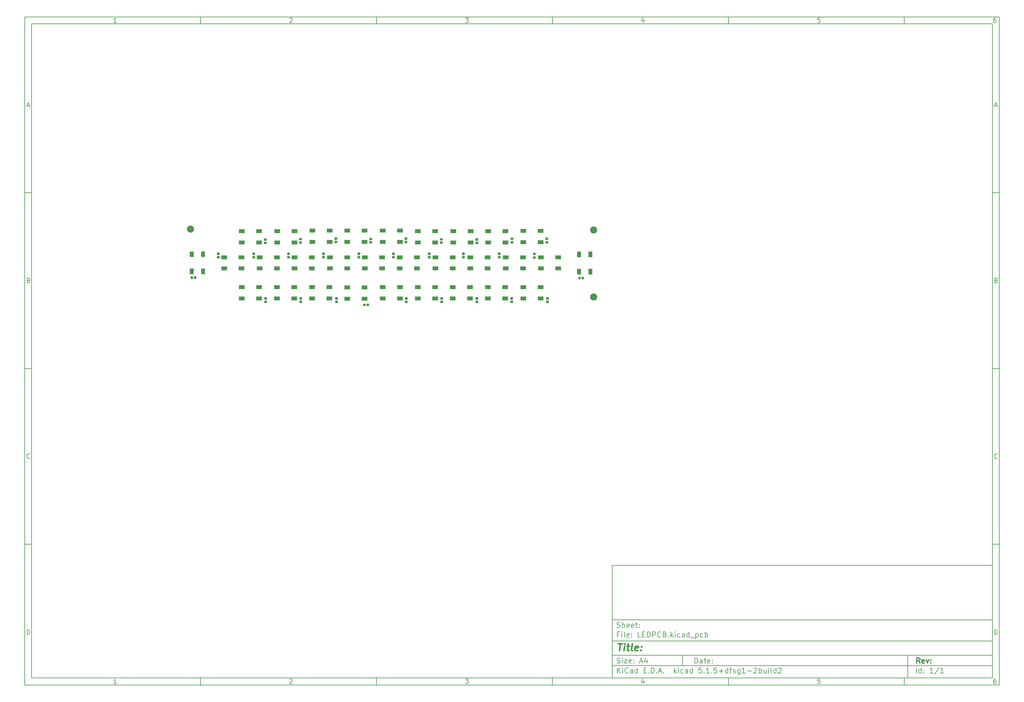
<source format=gbr>
G04 #@! TF.GenerationSoftware,KiCad,Pcbnew,5.1.5+dfsg1-2build2*
G04 #@! TF.CreationDate,2020-12-16T22:25:05+01:00*
G04 #@! TF.ProjectId,LEDPCB,4c454450-4342-42e6-9b69-6361645f7063,rev?*
G04 #@! TF.SameCoordinates,Original*
G04 #@! TF.FileFunction,Soldermask,Top*
G04 #@! TF.FilePolarity,Negative*
%FSLAX46Y46*%
G04 Gerber Fmt 4.6, Leading zero omitted, Abs format (unit mm)*
G04 Created by KiCad (PCBNEW 5.1.5+dfsg1-2build2) date 2020-12-16 22:25:05*
%MOMM*%
%LPD*%
G04 APERTURE LIST*
%ADD10C,0.100000*%
%ADD11C,0.150000*%
%ADD12C,0.300000*%
%ADD13C,0.400000*%
G04 APERTURE END LIST*
D10*
D11*
X177002200Y-166007200D02*
X177002200Y-198007200D01*
X285002200Y-198007200D01*
X285002200Y-166007200D01*
X177002200Y-166007200D01*
D10*
D11*
X10000000Y-10000000D02*
X10000000Y-200007200D01*
X287002200Y-200007200D01*
X287002200Y-10000000D01*
X10000000Y-10000000D01*
D10*
D11*
X12000000Y-12000000D02*
X12000000Y-198007200D01*
X285002200Y-198007200D01*
X285002200Y-12000000D01*
X12000000Y-12000000D01*
D10*
D11*
X60000000Y-12000000D02*
X60000000Y-10000000D01*
D10*
D11*
X110000000Y-12000000D02*
X110000000Y-10000000D01*
D10*
D11*
X160000000Y-12000000D02*
X160000000Y-10000000D01*
D10*
D11*
X210000000Y-12000000D02*
X210000000Y-10000000D01*
D10*
D11*
X260000000Y-12000000D02*
X260000000Y-10000000D01*
D10*
D11*
X36065476Y-11588095D02*
X35322619Y-11588095D01*
X35694047Y-11588095D02*
X35694047Y-10288095D01*
X35570238Y-10473809D01*
X35446428Y-10597619D01*
X35322619Y-10659523D01*
D10*
D11*
X85322619Y-10411904D02*
X85384523Y-10350000D01*
X85508333Y-10288095D01*
X85817857Y-10288095D01*
X85941666Y-10350000D01*
X86003571Y-10411904D01*
X86065476Y-10535714D01*
X86065476Y-10659523D01*
X86003571Y-10845238D01*
X85260714Y-11588095D01*
X86065476Y-11588095D01*
D10*
D11*
X135260714Y-10288095D02*
X136065476Y-10288095D01*
X135632142Y-10783333D01*
X135817857Y-10783333D01*
X135941666Y-10845238D01*
X136003571Y-10907142D01*
X136065476Y-11030952D01*
X136065476Y-11340476D01*
X136003571Y-11464285D01*
X135941666Y-11526190D01*
X135817857Y-11588095D01*
X135446428Y-11588095D01*
X135322619Y-11526190D01*
X135260714Y-11464285D01*
D10*
D11*
X185941666Y-10721428D02*
X185941666Y-11588095D01*
X185632142Y-10226190D02*
X185322619Y-11154761D01*
X186127380Y-11154761D01*
D10*
D11*
X236003571Y-10288095D02*
X235384523Y-10288095D01*
X235322619Y-10907142D01*
X235384523Y-10845238D01*
X235508333Y-10783333D01*
X235817857Y-10783333D01*
X235941666Y-10845238D01*
X236003571Y-10907142D01*
X236065476Y-11030952D01*
X236065476Y-11340476D01*
X236003571Y-11464285D01*
X235941666Y-11526190D01*
X235817857Y-11588095D01*
X235508333Y-11588095D01*
X235384523Y-11526190D01*
X235322619Y-11464285D01*
D10*
D11*
X285941666Y-10288095D02*
X285694047Y-10288095D01*
X285570238Y-10350000D01*
X285508333Y-10411904D01*
X285384523Y-10597619D01*
X285322619Y-10845238D01*
X285322619Y-11340476D01*
X285384523Y-11464285D01*
X285446428Y-11526190D01*
X285570238Y-11588095D01*
X285817857Y-11588095D01*
X285941666Y-11526190D01*
X286003571Y-11464285D01*
X286065476Y-11340476D01*
X286065476Y-11030952D01*
X286003571Y-10907142D01*
X285941666Y-10845238D01*
X285817857Y-10783333D01*
X285570238Y-10783333D01*
X285446428Y-10845238D01*
X285384523Y-10907142D01*
X285322619Y-11030952D01*
D10*
D11*
X60000000Y-198007200D02*
X60000000Y-200007200D01*
D10*
D11*
X110000000Y-198007200D02*
X110000000Y-200007200D01*
D10*
D11*
X160000000Y-198007200D02*
X160000000Y-200007200D01*
D10*
D11*
X210000000Y-198007200D02*
X210000000Y-200007200D01*
D10*
D11*
X260000000Y-198007200D02*
X260000000Y-200007200D01*
D10*
D11*
X36065476Y-199595295D02*
X35322619Y-199595295D01*
X35694047Y-199595295D02*
X35694047Y-198295295D01*
X35570238Y-198481009D01*
X35446428Y-198604819D01*
X35322619Y-198666723D01*
D10*
D11*
X85322619Y-198419104D02*
X85384523Y-198357200D01*
X85508333Y-198295295D01*
X85817857Y-198295295D01*
X85941666Y-198357200D01*
X86003571Y-198419104D01*
X86065476Y-198542914D01*
X86065476Y-198666723D01*
X86003571Y-198852438D01*
X85260714Y-199595295D01*
X86065476Y-199595295D01*
D10*
D11*
X135260714Y-198295295D02*
X136065476Y-198295295D01*
X135632142Y-198790533D01*
X135817857Y-198790533D01*
X135941666Y-198852438D01*
X136003571Y-198914342D01*
X136065476Y-199038152D01*
X136065476Y-199347676D01*
X136003571Y-199471485D01*
X135941666Y-199533390D01*
X135817857Y-199595295D01*
X135446428Y-199595295D01*
X135322619Y-199533390D01*
X135260714Y-199471485D01*
D10*
D11*
X185941666Y-198728628D02*
X185941666Y-199595295D01*
X185632142Y-198233390D02*
X185322619Y-199161961D01*
X186127380Y-199161961D01*
D10*
D11*
X236003571Y-198295295D02*
X235384523Y-198295295D01*
X235322619Y-198914342D01*
X235384523Y-198852438D01*
X235508333Y-198790533D01*
X235817857Y-198790533D01*
X235941666Y-198852438D01*
X236003571Y-198914342D01*
X236065476Y-199038152D01*
X236065476Y-199347676D01*
X236003571Y-199471485D01*
X235941666Y-199533390D01*
X235817857Y-199595295D01*
X235508333Y-199595295D01*
X235384523Y-199533390D01*
X235322619Y-199471485D01*
D10*
D11*
X285941666Y-198295295D02*
X285694047Y-198295295D01*
X285570238Y-198357200D01*
X285508333Y-198419104D01*
X285384523Y-198604819D01*
X285322619Y-198852438D01*
X285322619Y-199347676D01*
X285384523Y-199471485D01*
X285446428Y-199533390D01*
X285570238Y-199595295D01*
X285817857Y-199595295D01*
X285941666Y-199533390D01*
X286003571Y-199471485D01*
X286065476Y-199347676D01*
X286065476Y-199038152D01*
X286003571Y-198914342D01*
X285941666Y-198852438D01*
X285817857Y-198790533D01*
X285570238Y-198790533D01*
X285446428Y-198852438D01*
X285384523Y-198914342D01*
X285322619Y-199038152D01*
D10*
D11*
X10000000Y-60000000D02*
X12000000Y-60000000D01*
D10*
D11*
X10000000Y-110000000D02*
X12000000Y-110000000D01*
D10*
D11*
X10000000Y-160000000D02*
X12000000Y-160000000D01*
D10*
D11*
X10690476Y-35216666D02*
X11309523Y-35216666D01*
X10566666Y-35588095D02*
X11000000Y-34288095D01*
X11433333Y-35588095D01*
D10*
D11*
X11092857Y-84907142D02*
X11278571Y-84969047D01*
X11340476Y-85030952D01*
X11402380Y-85154761D01*
X11402380Y-85340476D01*
X11340476Y-85464285D01*
X11278571Y-85526190D01*
X11154761Y-85588095D01*
X10659523Y-85588095D01*
X10659523Y-84288095D01*
X11092857Y-84288095D01*
X11216666Y-84350000D01*
X11278571Y-84411904D01*
X11340476Y-84535714D01*
X11340476Y-84659523D01*
X11278571Y-84783333D01*
X11216666Y-84845238D01*
X11092857Y-84907142D01*
X10659523Y-84907142D01*
D10*
D11*
X11402380Y-135464285D02*
X11340476Y-135526190D01*
X11154761Y-135588095D01*
X11030952Y-135588095D01*
X10845238Y-135526190D01*
X10721428Y-135402380D01*
X10659523Y-135278571D01*
X10597619Y-135030952D01*
X10597619Y-134845238D01*
X10659523Y-134597619D01*
X10721428Y-134473809D01*
X10845238Y-134350000D01*
X11030952Y-134288095D01*
X11154761Y-134288095D01*
X11340476Y-134350000D01*
X11402380Y-134411904D01*
D10*
D11*
X10659523Y-185588095D02*
X10659523Y-184288095D01*
X10969047Y-184288095D01*
X11154761Y-184350000D01*
X11278571Y-184473809D01*
X11340476Y-184597619D01*
X11402380Y-184845238D01*
X11402380Y-185030952D01*
X11340476Y-185278571D01*
X11278571Y-185402380D01*
X11154761Y-185526190D01*
X10969047Y-185588095D01*
X10659523Y-185588095D01*
D10*
D11*
X287002200Y-60000000D02*
X285002200Y-60000000D01*
D10*
D11*
X287002200Y-110000000D02*
X285002200Y-110000000D01*
D10*
D11*
X287002200Y-160000000D02*
X285002200Y-160000000D01*
D10*
D11*
X285692676Y-35216666D02*
X286311723Y-35216666D01*
X285568866Y-35588095D02*
X286002200Y-34288095D01*
X286435533Y-35588095D01*
D10*
D11*
X286095057Y-84907142D02*
X286280771Y-84969047D01*
X286342676Y-85030952D01*
X286404580Y-85154761D01*
X286404580Y-85340476D01*
X286342676Y-85464285D01*
X286280771Y-85526190D01*
X286156961Y-85588095D01*
X285661723Y-85588095D01*
X285661723Y-84288095D01*
X286095057Y-84288095D01*
X286218866Y-84350000D01*
X286280771Y-84411904D01*
X286342676Y-84535714D01*
X286342676Y-84659523D01*
X286280771Y-84783333D01*
X286218866Y-84845238D01*
X286095057Y-84907142D01*
X285661723Y-84907142D01*
D10*
D11*
X286404580Y-135464285D02*
X286342676Y-135526190D01*
X286156961Y-135588095D01*
X286033152Y-135588095D01*
X285847438Y-135526190D01*
X285723628Y-135402380D01*
X285661723Y-135278571D01*
X285599819Y-135030952D01*
X285599819Y-134845238D01*
X285661723Y-134597619D01*
X285723628Y-134473809D01*
X285847438Y-134350000D01*
X286033152Y-134288095D01*
X286156961Y-134288095D01*
X286342676Y-134350000D01*
X286404580Y-134411904D01*
D10*
D11*
X285661723Y-185588095D02*
X285661723Y-184288095D01*
X285971247Y-184288095D01*
X286156961Y-184350000D01*
X286280771Y-184473809D01*
X286342676Y-184597619D01*
X286404580Y-184845238D01*
X286404580Y-185030952D01*
X286342676Y-185278571D01*
X286280771Y-185402380D01*
X286156961Y-185526190D01*
X285971247Y-185588095D01*
X285661723Y-185588095D01*
D10*
D11*
X200434342Y-193785771D02*
X200434342Y-192285771D01*
X200791485Y-192285771D01*
X201005771Y-192357200D01*
X201148628Y-192500057D01*
X201220057Y-192642914D01*
X201291485Y-192928628D01*
X201291485Y-193142914D01*
X201220057Y-193428628D01*
X201148628Y-193571485D01*
X201005771Y-193714342D01*
X200791485Y-193785771D01*
X200434342Y-193785771D01*
X202577200Y-193785771D02*
X202577200Y-193000057D01*
X202505771Y-192857200D01*
X202362914Y-192785771D01*
X202077200Y-192785771D01*
X201934342Y-192857200D01*
X202577200Y-193714342D02*
X202434342Y-193785771D01*
X202077200Y-193785771D01*
X201934342Y-193714342D01*
X201862914Y-193571485D01*
X201862914Y-193428628D01*
X201934342Y-193285771D01*
X202077200Y-193214342D01*
X202434342Y-193214342D01*
X202577200Y-193142914D01*
X203077200Y-192785771D02*
X203648628Y-192785771D01*
X203291485Y-192285771D02*
X203291485Y-193571485D01*
X203362914Y-193714342D01*
X203505771Y-193785771D01*
X203648628Y-193785771D01*
X204720057Y-193714342D02*
X204577200Y-193785771D01*
X204291485Y-193785771D01*
X204148628Y-193714342D01*
X204077200Y-193571485D01*
X204077200Y-193000057D01*
X204148628Y-192857200D01*
X204291485Y-192785771D01*
X204577200Y-192785771D01*
X204720057Y-192857200D01*
X204791485Y-193000057D01*
X204791485Y-193142914D01*
X204077200Y-193285771D01*
X205434342Y-193642914D02*
X205505771Y-193714342D01*
X205434342Y-193785771D01*
X205362914Y-193714342D01*
X205434342Y-193642914D01*
X205434342Y-193785771D01*
X205434342Y-192857200D02*
X205505771Y-192928628D01*
X205434342Y-193000057D01*
X205362914Y-192928628D01*
X205434342Y-192857200D01*
X205434342Y-193000057D01*
D10*
D11*
X177002200Y-194507200D02*
X285002200Y-194507200D01*
D10*
D11*
X178434342Y-196585771D02*
X178434342Y-195085771D01*
X179291485Y-196585771D02*
X178648628Y-195728628D01*
X179291485Y-195085771D02*
X178434342Y-195942914D01*
X179934342Y-196585771D02*
X179934342Y-195585771D01*
X179934342Y-195085771D02*
X179862914Y-195157200D01*
X179934342Y-195228628D01*
X180005771Y-195157200D01*
X179934342Y-195085771D01*
X179934342Y-195228628D01*
X181505771Y-196442914D02*
X181434342Y-196514342D01*
X181220057Y-196585771D01*
X181077200Y-196585771D01*
X180862914Y-196514342D01*
X180720057Y-196371485D01*
X180648628Y-196228628D01*
X180577200Y-195942914D01*
X180577200Y-195728628D01*
X180648628Y-195442914D01*
X180720057Y-195300057D01*
X180862914Y-195157200D01*
X181077200Y-195085771D01*
X181220057Y-195085771D01*
X181434342Y-195157200D01*
X181505771Y-195228628D01*
X182791485Y-196585771D02*
X182791485Y-195800057D01*
X182720057Y-195657200D01*
X182577200Y-195585771D01*
X182291485Y-195585771D01*
X182148628Y-195657200D01*
X182791485Y-196514342D02*
X182648628Y-196585771D01*
X182291485Y-196585771D01*
X182148628Y-196514342D01*
X182077200Y-196371485D01*
X182077200Y-196228628D01*
X182148628Y-196085771D01*
X182291485Y-196014342D01*
X182648628Y-196014342D01*
X182791485Y-195942914D01*
X184148628Y-196585771D02*
X184148628Y-195085771D01*
X184148628Y-196514342D02*
X184005771Y-196585771D01*
X183720057Y-196585771D01*
X183577200Y-196514342D01*
X183505771Y-196442914D01*
X183434342Y-196300057D01*
X183434342Y-195871485D01*
X183505771Y-195728628D01*
X183577200Y-195657200D01*
X183720057Y-195585771D01*
X184005771Y-195585771D01*
X184148628Y-195657200D01*
X186005771Y-195800057D02*
X186505771Y-195800057D01*
X186720057Y-196585771D02*
X186005771Y-196585771D01*
X186005771Y-195085771D01*
X186720057Y-195085771D01*
X187362914Y-196442914D02*
X187434342Y-196514342D01*
X187362914Y-196585771D01*
X187291485Y-196514342D01*
X187362914Y-196442914D01*
X187362914Y-196585771D01*
X188077200Y-196585771D02*
X188077200Y-195085771D01*
X188434342Y-195085771D01*
X188648628Y-195157200D01*
X188791485Y-195300057D01*
X188862914Y-195442914D01*
X188934342Y-195728628D01*
X188934342Y-195942914D01*
X188862914Y-196228628D01*
X188791485Y-196371485D01*
X188648628Y-196514342D01*
X188434342Y-196585771D01*
X188077200Y-196585771D01*
X189577200Y-196442914D02*
X189648628Y-196514342D01*
X189577200Y-196585771D01*
X189505771Y-196514342D01*
X189577200Y-196442914D01*
X189577200Y-196585771D01*
X190220057Y-196157200D02*
X190934342Y-196157200D01*
X190077200Y-196585771D02*
X190577200Y-195085771D01*
X191077200Y-196585771D01*
X191577200Y-196442914D02*
X191648628Y-196514342D01*
X191577200Y-196585771D01*
X191505771Y-196514342D01*
X191577200Y-196442914D01*
X191577200Y-196585771D01*
X194577200Y-196585771D02*
X194577200Y-195085771D01*
X194720057Y-196014342D02*
X195148628Y-196585771D01*
X195148628Y-195585771D02*
X194577200Y-196157200D01*
X195791485Y-196585771D02*
X195791485Y-195585771D01*
X195791485Y-195085771D02*
X195720057Y-195157200D01*
X195791485Y-195228628D01*
X195862914Y-195157200D01*
X195791485Y-195085771D01*
X195791485Y-195228628D01*
X197148628Y-196514342D02*
X197005771Y-196585771D01*
X196720057Y-196585771D01*
X196577200Y-196514342D01*
X196505771Y-196442914D01*
X196434342Y-196300057D01*
X196434342Y-195871485D01*
X196505771Y-195728628D01*
X196577200Y-195657200D01*
X196720057Y-195585771D01*
X197005771Y-195585771D01*
X197148628Y-195657200D01*
X198434342Y-196585771D02*
X198434342Y-195800057D01*
X198362914Y-195657200D01*
X198220057Y-195585771D01*
X197934342Y-195585771D01*
X197791485Y-195657200D01*
X198434342Y-196514342D02*
X198291485Y-196585771D01*
X197934342Y-196585771D01*
X197791485Y-196514342D01*
X197720057Y-196371485D01*
X197720057Y-196228628D01*
X197791485Y-196085771D01*
X197934342Y-196014342D01*
X198291485Y-196014342D01*
X198434342Y-195942914D01*
X199791485Y-196585771D02*
X199791485Y-195085771D01*
X199791485Y-196514342D02*
X199648628Y-196585771D01*
X199362914Y-196585771D01*
X199220057Y-196514342D01*
X199148628Y-196442914D01*
X199077200Y-196300057D01*
X199077200Y-195871485D01*
X199148628Y-195728628D01*
X199220057Y-195657200D01*
X199362914Y-195585771D01*
X199648628Y-195585771D01*
X199791485Y-195657200D01*
X202362914Y-195085771D02*
X201648628Y-195085771D01*
X201577200Y-195800057D01*
X201648628Y-195728628D01*
X201791485Y-195657200D01*
X202148628Y-195657200D01*
X202291485Y-195728628D01*
X202362914Y-195800057D01*
X202434342Y-195942914D01*
X202434342Y-196300057D01*
X202362914Y-196442914D01*
X202291485Y-196514342D01*
X202148628Y-196585771D01*
X201791485Y-196585771D01*
X201648628Y-196514342D01*
X201577200Y-196442914D01*
X203077200Y-196442914D02*
X203148628Y-196514342D01*
X203077200Y-196585771D01*
X203005771Y-196514342D01*
X203077200Y-196442914D01*
X203077200Y-196585771D01*
X204577200Y-196585771D02*
X203720057Y-196585771D01*
X204148628Y-196585771D02*
X204148628Y-195085771D01*
X204005771Y-195300057D01*
X203862914Y-195442914D01*
X203720057Y-195514342D01*
X205220057Y-196442914D02*
X205291485Y-196514342D01*
X205220057Y-196585771D01*
X205148628Y-196514342D01*
X205220057Y-196442914D01*
X205220057Y-196585771D01*
X206648628Y-195085771D02*
X205934342Y-195085771D01*
X205862914Y-195800057D01*
X205934342Y-195728628D01*
X206077200Y-195657200D01*
X206434342Y-195657200D01*
X206577200Y-195728628D01*
X206648628Y-195800057D01*
X206720057Y-195942914D01*
X206720057Y-196300057D01*
X206648628Y-196442914D01*
X206577200Y-196514342D01*
X206434342Y-196585771D01*
X206077200Y-196585771D01*
X205934342Y-196514342D01*
X205862914Y-196442914D01*
X207362914Y-196014342D02*
X208505771Y-196014342D01*
X207934342Y-196585771D02*
X207934342Y-195442914D01*
X209862914Y-196585771D02*
X209862914Y-195085771D01*
X209862914Y-196514342D02*
X209720057Y-196585771D01*
X209434342Y-196585771D01*
X209291485Y-196514342D01*
X209220057Y-196442914D01*
X209148628Y-196300057D01*
X209148628Y-195871485D01*
X209220057Y-195728628D01*
X209291485Y-195657200D01*
X209434342Y-195585771D01*
X209720057Y-195585771D01*
X209862914Y-195657200D01*
X210362914Y-195585771D02*
X210934342Y-195585771D01*
X210577200Y-196585771D02*
X210577200Y-195300057D01*
X210648628Y-195157200D01*
X210791485Y-195085771D01*
X210934342Y-195085771D01*
X211362914Y-196514342D02*
X211505771Y-196585771D01*
X211791485Y-196585771D01*
X211934342Y-196514342D01*
X212005771Y-196371485D01*
X212005771Y-196300057D01*
X211934342Y-196157200D01*
X211791485Y-196085771D01*
X211577200Y-196085771D01*
X211434342Y-196014342D01*
X211362914Y-195871485D01*
X211362914Y-195800057D01*
X211434342Y-195657200D01*
X211577200Y-195585771D01*
X211791485Y-195585771D01*
X211934342Y-195657200D01*
X213291485Y-195585771D02*
X213291485Y-196800057D01*
X213220057Y-196942914D01*
X213148628Y-197014342D01*
X213005771Y-197085771D01*
X212791485Y-197085771D01*
X212648628Y-197014342D01*
X213291485Y-196514342D02*
X213148628Y-196585771D01*
X212862914Y-196585771D01*
X212720057Y-196514342D01*
X212648628Y-196442914D01*
X212577200Y-196300057D01*
X212577200Y-195871485D01*
X212648628Y-195728628D01*
X212720057Y-195657200D01*
X212862914Y-195585771D01*
X213148628Y-195585771D01*
X213291485Y-195657200D01*
X214791485Y-196585771D02*
X213934342Y-196585771D01*
X214362914Y-196585771D02*
X214362914Y-195085771D01*
X214220057Y-195300057D01*
X214077200Y-195442914D01*
X213934342Y-195514342D01*
X215434342Y-196014342D02*
X216577200Y-196014342D01*
X217220057Y-195228628D02*
X217291485Y-195157200D01*
X217434342Y-195085771D01*
X217791485Y-195085771D01*
X217934342Y-195157200D01*
X218005771Y-195228628D01*
X218077200Y-195371485D01*
X218077200Y-195514342D01*
X218005771Y-195728628D01*
X217148628Y-196585771D01*
X218077200Y-196585771D01*
X218720057Y-196585771D02*
X218720057Y-195085771D01*
X218720057Y-195657200D02*
X218862914Y-195585771D01*
X219148628Y-195585771D01*
X219291485Y-195657200D01*
X219362914Y-195728628D01*
X219434342Y-195871485D01*
X219434342Y-196300057D01*
X219362914Y-196442914D01*
X219291485Y-196514342D01*
X219148628Y-196585771D01*
X218862914Y-196585771D01*
X218720057Y-196514342D01*
X220720057Y-195585771D02*
X220720057Y-196585771D01*
X220077200Y-195585771D02*
X220077200Y-196371485D01*
X220148628Y-196514342D01*
X220291485Y-196585771D01*
X220505771Y-196585771D01*
X220648628Y-196514342D01*
X220720057Y-196442914D01*
X221434342Y-196585771D02*
X221434342Y-195585771D01*
X221434342Y-195085771D02*
X221362914Y-195157200D01*
X221434342Y-195228628D01*
X221505771Y-195157200D01*
X221434342Y-195085771D01*
X221434342Y-195228628D01*
X222362914Y-196585771D02*
X222220057Y-196514342D01*
X222148628Y-196371485D01*
X222148628Y-195085771D01*
X223577200Y-196585771D02*
X223577200Y-195085771D01*
X223577200Y-196514342D02*
X223434342Y-196585771D01*
X223148628Y-196585771D01*
X223005771Y-196514342D01*
X222934342Y-196442914D01*
X222862914Y-196300057D01*
X222862914Y-195871485D01*
X222934342Y-195728628D01*
X223005771Y-195657200D01*
X223148628Y-195585771D01*
X223434342Y-195585771D01*
X223577200Y-195657200D01*
X224220057Y-195228628D02*
X224291485Y-195157200D01*
X224434342Y-195085771D01*
X224791485Y-195085771D01*
X224934342Y-195157200D01*
X225005771Y-195228628D01*
X225077200Y-195371485D01*
X225077200Y-195514342D01*
X225005771Y-195728628D01*
X224148628Y-196585771D01*
X225077200Y-196585771D01*
D10*
D11*
X177002200Y-191507200D02*
X285002200Y-191507200D01*
D10*
D12*
X264411485Y-193785771D02*
X263911485Y-193071485D01*
X263554342Y-193785771D02*
X263554342Y-192285771D01*
X264125771Y-192285771D01*
X264268628Y-192357200D01*
X264340057Y-192428628D01*
X264411485Y-192571485D01*
X264411485Y-192785771D01*
X264340057Y-192928628D01*
X264268628Y-193000057D01*
X264125771Y-193071485D01*
X263554342Y-193071485D01*
X265625771Y-193714342D02*
X265482914Y-193785771D01*
X265197200Y-193785771D01*
X265054342Y-193714342D01*
X264982914Y-193571485D01*
X264982914Y-193000057D01*
X265054342Y-192857200D01*
X265197200Y-192785771D01*
X265482914Y-192785771D01*
X265625771Y-192857200D01*
X265697200Y-193000057D01*
X265697200Y-193142914D01*
X264982914Y-193285771D01*
X266197200Y-192785771D02*
X266554342Y-193785771D01*
X266911485Y-192785771D01*
X267482914Y-193642914D02*
X267554342Y-193714342D01*
X267482914Y-193785771D01*
X267411485Y-193714342D01*
X267482914Y-193642914D01*
X267482914Y-193785771D01*
X267482914Y-192857200D02*
X267554342Y-192928628D01*
X267482914Y-193000057D01*
X267411485Y-192928628D01*
X267482914Y-192857200D01*
X267482914Y-193000057D01*
D10*
D11*
X178362914Y-193714342D02*
X178577200Y-193785771D01*
X178934342Y-193785771D01*
X179077200Y-193714342D01*
X179148628Y-193642914D01*
X179220057Y-193500057D01*
X179220057Y-193357200D01*
X179148628Y-193214342D01*
X179077200Y-193142914D01*
X178934342Y-193071485D01*
X178648628Y-193000057D01*
X178505771Y-192928628D01*
X178434342Y-192857200D01*
X178362914Y-192714342D01*
X178362914Y-192571485D01*
X178434342Y-192428628D01*
X178505771Y-192357200D01*
X178648628Y-192285771D01*
X179005771Y-192285771D01*
X179220057Y-192357200D01*
X179862914Y-193785771D02*
X179862914Y-192785771D01*
X179862914Y-192285771D02*
X179791485Y-192357200D01*
X179862914Y-192428628D01*
X179934342Y-192357200D01*
X179862914Y-192285771D01*
X179862914Y-192428628D01*
X180434342Y-192785771D02*
X181220057Y-192785771D01*
X180434342Y-193785771D01*
X181220057Y-193785771D01*
X182362914Y-193714342D02*
X182220057Y-193785771D01*
X181934342Y-193785771D01*
X181791485Y-193714342D01*
X181720057Y-193571485D01*
X181720057Y-193000057D01*
X181791485Y-192857200D01*
X181934342Y-192785771D01*
X182220057Y-192785771D01*
X182362914Y-192857200D01*
X182434342Y-193000057D01*
X182434342Y-193142914D01*
X181720057Y-193285771D01*
X183077200Y-193642914D02*
X183148628Y-193714342D01*
X183077200Y-193785771D01*
X183005771Y-193714342D01*
X183077200Y-193642914D01*
X183077200Y-193785771D01*
X183077200Y-192857200D02*
X183148628Y-192928628D01*
X183077200Y-193000057D01*
X183005771Y-192928628D01*
X183077200Y-192857200D01*
X183077200Y-193000057D01*
X184862914Y-193357200D02*
X185577200Y-193357200D01*
X184720057Y-193785771D02*
X185220057Y-192285771D01*
X185720057Y-193785771D01*
X186862914Y-192785771D02*
X186862914Y-193785771D01*
X186505771Y-192214342D02*
X186148628Y-193285771D01*
X187077200Y-193285771D01*
D10*
D11*
X263434342Y-196585771D02*
X263434342Y-195085771D01*
X264791485Y-196585771D02*
X264791485Y-195085771D01*
X264791485Y-196514342D02*
X264648628Y-196585771D01*
X264362914Y-196585771D01*
X264220057Y-196514342D01*
X264148628Y-196442914D01*
X264077200Y-196300057D01*
X264077200Y-195871485D01*
X264148628Y-195728628D01*
X264220057Y-195657200D01*
X264362914Y-195585771D01*
X264648628Y-195585771D01*
X264791485Y-195657200D01*
X265505771Y-196442914D02*
X265577200Y-196514342D01*
X265505771Y-196585771D01*
X265434342Y-196514342D01*
X265505771Y-196442914D01*
X265505771Y-196585771D01*
X265505771Y-195657200D02*
X265577200Y-195728628D01*
X265505771Y-195800057D01*
X265434342Y-195728628D01*
X265505771Y-195657200D01*
X265505771Y-195800057D01*
X268148628Y-196585771D02*
X267291485Y-196585771D01*
X267720057Y-196585771D02*
X267720057Y-195085771D01*
X267577200Y-195300057D01*
X267434342Y-195442914D01*
X267291485Y-195514342D01*
X269862914Y-195014342D02*
X268577200Y-196942914D01*
X271148628Y-196585771D02*
X270291485Y-196585771D01*
X270720057Y-196585771D02*
X270720057Y-195085771D01*
X270577200Y-195300057D01*
X270434342Y-195442914D01*
X270291485Y-195514342D01*
D10*
D11*
X177002200Y-187507200D02*
X285002200Y-187507200D01*
D10*
D13*
X178714580Y-188211961D02*
X179857438Y-188211961D01*
X179036009Y-190211961D02*
X179286009Y-188211961D01*
X180274104Y-190211961D02*
X180440771Y-188878628D01*
X180524104Y-188211961D02*
X180416961Y-188307200D01*
X180500295Y-188402438D01*
X180607438Y-188307200D01*
X180524104Y-188211961D01*
X180500295Y-188402438D01*
X181107438Y-188878628D02*
X181869342Y-188878628D01*
X181476485Y-188211961D02*
X181262200Y-189926247D01*
X181333628Y-190116723D01*
X181512200Y-190211961D01*
X181702676Y-190211961D01*
X182655057Y-190211961D02*
X182476485Y-190116723D01*
X182405057Y-189926247D01*
X182619342Y-188211961D01*
X184190771Y-190116723D02*
X183988390Y-190211961D01*
X183607438Y-190211961D01*
X183428866Y-190116723D01*
X183357438Y-189926247D01*
X183452676Y-189164342D01*
X183571723Y-188973866D01*
X183774104Y-188878628D01*
X184155057Y-188878628D01*
X184333628Y-188973866D01*
X184405057Y-189164342D01*
X184381247Y-189354819D01*
X183405057Y-189545295D01*
X185155057Y-190021485D02*
X185238390Y-190116723D01*
X185131247Y-190211961D01*
X185047914Y-190116723D01*
X185155057Y-190021485D01*
X185131247Y-190211961D01*
X185286009Y-188973866D02*
X185369342Y-189069104D01*
X185262200Y-189164342D01*
X185178866Y-189069104D01*
X185286009Y-188973866D01*
X185262200Y-189164342D01*
D10*
D11*
X178934342Y-185600057D02*
X178434342Y-185600057D01*
X178434342Y-186385771D02*
X178434342Y-184885771D01*
X179148628Y-184885771D01*
X179720057Y-186385771D02*
X179720057Y-185385771D01*
X179720057Y-184885771D02*
X179648628Y-184957200D01*
X179720057Y-185028628D01*
X179791485Y-184957200D01*
X179720057Y-184885771D01*
X179720057Y-185028628D01*
X180648628Y-186385771D02*
X180505771Y-186314342D01*
X180434342Y-186171485D01*
X180434342Y-184885771D01*
X181791485Y-186314342D02*
X181648628Y-186385771D01*
X181362914Y-186385771D01*
X181220057Y-186314342D01*
X181148628Y-186171485D01*
X181148628Y-185600057D01*
X181220057Y-185457200D01*
X181362914Y-185385771D01*
X181648628Y-185385771D01*
X181791485Y-185457200D01*
X181862914Y-185600057D01*
X181862914Y-185742914D01*
X181148628Y-185885771D01*
X182505771Y-186242914D02*
X182577200Y-186314342D01*
X182505771Y-186385771D01*
X182434342Y-186314342D01*
X182505771Y-186242914D01*
X182505771Y-186385771D01*
X182505771Y-185457200D02*
X182577200Y-185528628D01*
X182505771Y-185600057D01*
X182434342Y-185528628D01*
X182505771Y-185457200D01*
X182505771Y-185600057D01*
X185077200Y-186385771D02*
X184362914Y-186385771D01*
X184362914Y-184885771D01*
X185577200Y-185600057D02*
X186077200Y-185600057D01*
X186291485Y-186385771D02*
X185577200Y-186385771D01*
X185577200Y-184885771D01*
X186291485Y-184885771D01*
X186934342Y-186385771D02*
X186934342Y-184885771D01*
X187291485Y-184885771D01*
X187505771Y-184957200D01*
X187648628Y-185100057D01*
X187720057Y-185242914D01*
X187791485Y-185528628D01*
X187791485Y-185742914D01*
X187720057Y-186028628D01*
X187648628Y-186171485D01*
X187505771Y-186314342D01*
X187291485Y-186385771D01*
X186934342Y-186385771D01*
X188434342Y-186385771D02*
X188434342Y-184885771D01*
X189005771Y-184885771D01*
X189148628Y-184957200D01*
X189220057Y-185028628D01*
X189291485Y-185171485D01*
X189291485Y-185385771D01*
X189220057Y-185528628D01*
X189148628Y-185600057D01*
X189005771Y-185671485D01*
X188434342Y-185671485D01*
X190791485Y-186242914D02*
X190720057Y-186314342D01*
X190505771Y-186385771D01*
X190362914Y-186385771D01*
X190148628Y-186314342D01*
X190005771Y-186171485D01*
X189934342Y-186028628D01*
X189862914Y-185742914D01*
X189862914Y-185528628D01*
X189934342Y-185242914D01*
X190005771Y-185100057D01*
X190148628Y-184957200D01*
X190362914Y-184885771D01*
X190505771Y-184885771D01*
X190720057Y-184957200D01*
X190791485Y-185028628D01*
X191934342Y-185600057D02*
X192148628Y-185671485D01*
X192220057Y-185742914D01*
X192291485Y-185885771D01*
X192291485Y-186100057D01*
X192220057Y-186242914D01*
X192148628Y-186314342D01*
X192005771Y-186385771D01*
X191434342Y-186385771D01*
X191434342Y-184885771D01*
X191934342Y-184885771D01*
X192077200Y-184957200D01*
X192148628Y-185028628D01*
X192220057Y-185171485D01*
X192220057Y-185314342D01*
X192148628Y-185457200D01*
X192077200Y-185528628D01*
X191934342Y-185600057D01*
X191434342Y-185600057D01*
X192934342Y-186242914D02*
X193005771Y-186314342D01*
X192934342Y-186385771D01*
X192862914Y-186314342D01*
X192934342Y-186242914D01*
X192934342Y-186385771D01*
X193648628Y-186385771D02*
X193648628Y-184885771D01*
X193791485Y-185814342D02*
X194220057Y-186385771D01*
X194220057Y-185385771D02*
X193648628Y-185957200D01*
X194862914Y-186385771D02*
X194862914Y-185385771D01*
X194862914Y-184885771D02*
X194791485Y-184957200D01*
X194862914Y-185028628D01*
X194934342Y-184957200D01*
X194862914Y-184885771D01*
X194862914Y-185028628D01*
X196220057Y-186314342D02*
X196077200Y-186385771D01*
X195791485Y-186385771D01*
X195648628Y-186314342D01*
X195577200Y-186242914D01*
X195505771Y-186100057D01*
X195505771Y-185671485D01*
X195577200Y-185528628D01*
X195648628Y-185457200D01*
X195791485Y-185385771D01*
X196077200Y-185385771D01*
X196220057Y-185457200D01*
X197505771Y-186385771D02*
X197505771Y-185600057D01*
X197434342Y-185457200D01*
X197291485Y-185385771D01*
X197005771Y-185385771D01*
X196862914Y-185457200D01*
X197505771Y-186314342D02*
X197362914Y-186385771D01*
X197005771Y-186385771D01*
X196862914Y-186314342D01*
X196791485Y-186171485D01*
X196791485Y-186028628D01*
X196862914Y-185885771D01*
X197005771Y-185814342D01*
X197362914Y-185814342D01*
X197505771Y-185742914D01*
X198862914Y-186385771D02*
X198862914Y-184885771D01*
X198862914Y-186314342D02*
X198720057Y-186385771D01*
X198434342Y-186385771D01*
X198291485Y-186314342D01*
X198220057Y-186242914D01*
X198148628Y-186100057D01*
X198148628Y-185671485D01*
X198220057Y-185528628D01*
X198291485Y-185457200D01*
X198434342Y-185385771D01*
X198720057Y-185385771D01*
X198862914Y-185457200D01*
X199220057Y-186528628D02*
X200362914Y-186528628D01*
X200720057Y-185385771D02*
X200720057Y-186885771D01*
X200720057Y-185457200D02*
X200862914Y-185385771D01*
X201148628Y-185385771D01*
X201291485Y-185457200D01*
X201362914Y-185528628D01*
X201434342Y-185671485D01*
X201434342Y-186100057D01*
X201362914Y-186242914D01*
X201291485Y-186314342D01*
X201148628Y-186385771D01*
X200862914Y-186385771D01*
X200720057Y-186314342D01*
X202720057Y-186314342D02*
X202577200Y-186385771D01*
X202291485Y-186385771D01*
X202148628Y-186314342D01*
X202077200Y-186242914D01*
X202005771Y-186100057D01*
X202005771Y-185671485D01*
X202077200Y-185528628D01*
X202148628Y-185457200D01*
X202291485Y-185385771D01*
X202577200Y-185385771D01*
X202720057Y-185457200D01*
X203362914Y-186385771D02*
X203362914Y-184885771D01*
X203362914Y-185457200D02*
X203505771Y-185385771D01*
X203791485Y-185385771D01*
X203934342Y-185457200D01*
X204005771Y-185528628D01*
X204077200Y-185671485D01*
X204077200Y-186100057D01*
X204005771Y-186242914D01*
X203934342Y-186314342D01*
X203791485Y-186385771D01*
X203505771Y-186385771D01*
X203362914Y-186314342D01*
D10*
D11*
X177002200Y-181507200D02*
X285002200Y-181507200D01*
D10*
D11*
X178362914Y-183614342D02*
X178577200Y-183685771D01*
X178934342Y-183685771D01*
X179077200Y-183614342D01*
X179148628Y-183542914D01*
X179220057Y-183400057D01*
X179220057Y-183257200D01*
X179148628Y-183114342D01*
X179077200Y-183042914D01*
X178934342Y-182971485D01*
X178648628Y-182900057D01*
X178505771Y-182828628D01*
X178434342Y-182757200D01*
X178362914Y-182614342D01*
X178362914Y-182471485D01*
X178434342Y-182328628D01*
X178505771Y-182257200D01*
X178648628Y-182185771D01*
X179005771Y-182185771D01*
X179220057Y-182257200D01*
X179862914Y-183685771D02*
X179862914Y-182185771D01*
X180505771Y-183685771D02*
X180505771Y-182900057D01*
X180434342Y-182757200D01*
X180291485Y-182685771D01*
X180077200Y-182685771D01*
X179934342Y-182757200D01*
X179862914Y-182828628D01*
X181791485Y-183614342D02*
X181648628Y-183685771D01*
X181362914Y-183685771D01*
X181220057Y-183614342D01*
X181148628Y-183471485D01*
X181148628Y-182900057D01*
X181220057Y-182757200D01*
X181362914Y-182685771D01*
X181648628Y-182685771D01*
X181791485Y-182757200D01*
X181862914Y-182900057D01*
X181862914Y-183042914D01*
X181148628Y-183185771D01*
X183077200Y-183614342D02*
X182934342Y-183685771D01*
X182648628Y-183685771D01*
X182505771Y-183614342D01*
X182434342Y-183471485D01*
X182434342Y-182900057D01*
X182505771Y-182757200D01*
X182648628Y-182685771D01*
X182934342Y-182685771D01*
X183077200Y-182757200D01*
X183148628Y-182900057D01*
X183148628Y-183042914D01*
X182434342Y-183185771D01*
X183577200Y-182685771D02*
X184148628Y-182685771D01*
X183791485Y-182185771D02*
X183791485Y-183471485D01*
X183862914Y-183614342D01*
X184005771Y-183685771D01*
X184148628Y-183685771D01*
X184648628Y-183542914D02*
X184720057Y-183614342D01*
X184648628Y-183685771D01*
X184577200Y-183614342D01*
X184648628Y-183542914D01*
X184648628Y-183685771D01*
X184648628Y-182757200D02*
X184720057Y-182828628D01*
X184648628Y-182900057D01*
X184577200Y-182828628D01*
X184648628Y-182757200D01*
X184648628Y-182900057D01*
D10*
D11*
X197002200Y-191507200D02*
X197002200Y-194507200D01*
D10*
D11*
X261002200Y-191507200D02*
X261002200Y-198007200D01*
D10*
G36*
X107779938Y-91516216D02*
G01*
X107800557Y-91522471D01*
X107819553Y-91532624D01*
X107836208Y-91546292D01*
X107849876Y-91562947D01*
X107860029Y-91581943D01*
X107866284Y-91602562D01*
X107869000Y-91630140D01*
X107869000Y-92138860D01*
X107866284Y-92166438D01*
X107860029Y-92187057D01*
X107849876Y-92206053D01*
X107836208Y-92222708D01*
X107819553Y-92236376D01*
X107800557Y-92246529D01*
X107779938Y-92252784D01*
X107752360Y-92255500D01*
X107293640Y-92255500D01*
X107266062Y-92252784D01*
X107245443Y-92246529D01*
X107226447Y-92236376D01*
X107209792Y-92222708D01*
X107196124Y-92206053D01*
X107185971Y-92187057D01*
X107179716Y-92166438D01*
X107177000Y-92138860D01*
X107177000Y-91630140D01*
X107179716Y-91602562D01*
X107185971Y-91581943D01*
X107196124Y-91562947D01*
X107209792Y-91546292D01*
X107226447Y-91532624D01*
X107245443Y-91522471D01*
X107266062Y-91516216D01*
X107293640Y-91513500D01*
X107752360Y-91513500D01*
X107779938Y-91516216D01*
G37*
G36*
X106809938Y-91516216D02*
G01*
X106830557Y-91522471D01*
X106849553Y-91532624D01*
X106866208Y-91546292D01*
X106879876Y-91562947D01*
X106890029Y-91581943D01*
X106896284Y-91602562D01*
X106899000Y-91630140D01*
X106899000Y-92138860D01*
X106896284Y-92166438D01*
X106890029Y-92187057D01*
X106879876Y-92206053D01*
X106866208Y-92222708D01*
X106849553Y-92236376D01*
X106830557Y-92246529D01*
X106809938Y-92252784D01*
X106782360Y-92255500D01*
X106323640Y-92255500D01*
X106296062Y-92252784D01*
X106275443Y-92246529D01*
X106256447Y-92236376D01*
X106239792Y-92222708D01*
X106226124Y-92206053D01*
X106215971Y-92187057D01*
X106209716Y-92166438D01*
X106207000Y-92138860D01*
X106207000Y-91630140D01*
X106209716Y-91602562D01*
X106215971Y-91581943D01*
X106226124Y-91562947D01*
X106239792Y-91546292D01*
X106256447Y-91532624D01*
X106275443Y-91522471D01*
X106296062Y-91516216D01*
X106323640Y-91513500D01*
X106782360Y-91513500D01*
X106809938Y-91516216D01*
G37*
G36*
X128805938Y-90692716D02*
G01*
X128826557Y-90698971D01*
X128845553Y-90709124D01*
X128862208Y-90722792D01*
X128875876Y-90739447D01*
X128886029Y-90758443D01*
X128892284Y-90779062D01*
X128895000Y-90806640D01*
X128895000Y-91265360D01*
X128892284Y-91292938D01*
X128886029Y-91313557D01*
X128875876Y-91332553D01*
X128862208Y-91349208D01*
X128845553Y-91362876D01*
X128826557Y-91373029D01*
X128805938Y-91379284D01*
X128778360Y-91382000D01*
X128269640Y-91382000D01*
X128242062Y-91379284D01*
X128221443Y-91373029D01*
X128202447Y-91362876D01*
X128185792Y-91349208D01*
X128172124Y-91332553D01*
X128161971Y-91313557D01*
X128155716Y-91292938D01*
X128153000Y-91265360D01*
X128153000Y-90806640D01*
X128155716Y-90779062D01*
X128161971Y-90758443D01*
X128172124Y-90739447D01*
X128185792Y-90722792D01*
X128202447Y-90709124D01*
X128221443Y-90698971D01*
X128242062Y-90692716D01*
X128269640Y-90690000D01*
X128778360Y-90690000D01*
X128805938Y-90692716D01*
G37*
G36*
X78767938Y-90692716D02*
G01*
X78788557Y-90698971D01*
X78807553Y-90709124D01*
X78824208Y-90722792D01*
X78837876Y-90739447D01*
X78848029Y-90758443D01*
X78854284Y-90779062D01*
X78857000Y-90806640D01*
X78857000Y-91265360D01*
X78854284Y-91292938D01*
X78848029Y-91313557D01*
X78837876Y-91332553D01*
X78824208Y-91349208D01*
X78807553Y-91362876D01*
X78788557Y-91373029D01*
X78767938Y-91379284D01*
X78740360Y-91382000D01*
X78231640Y-91382000D01*
X78204062Y-91379284D01*
X78183443Y-91373029D01*
X78164447Y-91362876D01*
X78147792Y-91349208D01*
X78134124Y-91332553D01*
X78123971Y-91313557D01*
X78117716Y-91292938D01*
X78115000Y-91265360D01*
X78115000Y-90806640D01*
X78117716Y-90779062D01*
X78123971Y-90758443D01*
X78134124Y-90739447D01*
X78147792Y-90722792D01*
X78164447Y-90709124D01*
X78183443Y-90698971D01*
X78204062Y-90692716D01*
X78231640Y-90690000D01*
X78740360Y-90690000D01*
X78767938Y-90692716D01*
G37*
G36*
X88737438Y-90692716D02*
G01*
X88758057Y-90698971D01*
X88777053Y-90709124D01*
X88793708Y-90722792D01*
X88807376Y-90739447D01*
X88817529Y-90758443D01*
X88823784Y-90779062D01*
X88826500Y-90806640D01*
X88826500Y-91265360D01*
X88823784Y-91292938D01*
X88817529Y-91313557D01*
X88807376Y-91332553D01*
X88793708Y-91349208D01*
X88777053Y-91362876D01*
X88758057Y-91373029D01*
X88737438Y-91379284D01*
X88709860Y-91382000D01*
X88201140Y-91382000D01*
X88173562Y-91379284D01*
X88152943Y-91373029D01*
X88133947Y-91362876D01*
X88117292Y-91349208D01*
X88103624Y-91332553D01*
X88093471Y-91313557D01*
X88087216Y-91292938D01*
X88084500Y-91265360D01*
X88084500Y-90806640D01*
X88087216Y-90779062D01*
X88093471Y-90758443D01*
X88103624Y-90739447D01*
X88117292Y-90722792D01*
X88133947Y-90709124D01*
X88152943Y-90698971D01*
X88173562Y-90692716D01*
X88201140Y-90690000D01*
X88709860Y-90690000D01*
X88737438Y-90692716D01*
G37*
G36*
X98897438Y-90692716D02*
G01*
X98918057Y-90698971D01*
X98937053Y-90709124D01*
X98953708Y-90722792D01*
X98967376Y-90739447D01*
X98977529Y-90758443D01*
X98983784Y-90779062D01*
X98986500Y-90806640D01*
X98986500Y-91265360D01*
X98983784Y-91292938D01*
X98977529Y-91313557D01*
X98967376Y-91332553D01*
X98953708Y-91349208D01*
X98937053Y-91362876D01*
X98918057Y-91373029D01*
X98897438Y-91379284D01*
X98869860Y-91382000D01*
X98361140Y-91382000D01*
X98333562Y-91379284D01*
X98312943Y-91373029D01*
X98293947Y-91362876D01*
X98277292Y-91349208D01*
X98263624Y-91332553D01*
X98253471Y-91313557D01*
X98247216Y-91292938D01*
X98244500Y-91265360D01*
X98244500Y-90806640D01*
X98247216Y-90779062D01*
X98253471Y-90758443D01*
X98263624Y-90739447D01*
X98277292Y-90722792D01*
X98293947Y-90709124D01*
X98312943Y-90698971D01*
X98333562Y-90692716D01*
X98361140Y-90690000D01*
X98869860Y-90690000D01*
X98897438Y-90692716D01*
G37*
G36*
X158841438Y-90692716D02*
G01*
X158862057Y-90698971D01*
X158881053Y-90709124D01*
X158897708Y-90722792D01*
X158911376Y-90739447D01*
X158921529Y-90758443D01*
X158927784Y-90779062D01*
X158930500Y-90806640D01*
X158930500Y-91265360D01*
X158927784Y-91292938D01*
X158921529Y-91313557D01*
X158911376Y-91332553D01*
X158897708Y-91349208D01*
X158881053Y-91362876D01*
X158862057Y-91373029D01*
X158841438Y-91379284D01*
X158813860Y-91382000D01*
X158305140Y-91382000D01*
X158277562Y-91379284D01*
X158256943Y-91373029D01*
X158237947Y-91362876D01*
X158221292Y-91349208D01*
X158207624Y-91332553D01*
X158197471Y-91313557D01*
X158191216Y-91292938D01*
X158188500Y-91265360D01*
X158188500Y-90806640D01*
X158191216Y-90779062D01*
X158197471Y-90758443D01*
X158207624Y-90739447D01*
X158221292Y-90722792D01*
X158237947Y-90709124D01*
X158256943Y-90698971D01*
X158277562Y-90692716D01*
X158305140Y-90690000D01*
X158813860Y-90690000D01*
X158841438Y-90692716D01*
G37*
G36*
X118709438Y-90692716D02*
G01*
X118730057Y-90698971D01*
X118749053Y-90709124D01*
X118765708Y-90722792D01*
X118779376Y-90739447D01*
X118789529Y-90758443D01*
X118795784Y-90779062D01*
X118798500Y-90806640D01*
X118798500Y-91265360D01*
X118795784Y-91292938D01*
X118789529Y-91313557D01*
X118779376Y-91332553D01*
X118765708Y-91349208D01*
X118749053Y-91362876D01*
X118730057Y-91373029D01*
X118709438Y-91379284D01*
X118681860Y-91382000D01*
X118173140Y-91382000D01*
X118145562Y-91379284D01*
X118124943Y-91373029D01*
X118105947Y-91362876D01*
X118089292Y-91349208D01*
X118075624Y-91332553D01*
X118065471Y-91313557D01*
X118059216Y-91292938D01*
X118056500Y-91265360D01*
X118056500Y-90806640D01*
X118059216Y-90779062D01*
X118065471Y-90758443D01*
X118075624Y-90739447D01*
X118089292Y-90722792D01*
X118105947Y-90709124D01*
X118124943Y-90698971D01*
X118145562Y-90692716D01*
X118173140Y-90690000D01*
X118681860Y-90690000D01*
X118709438Y-90692716D01*
G37*
G36*
X138775438Y-90692716D02*
G01*
X138796057Y-90698971D01*
X138815053Y-90709124D01*
X138831708Y-90722792D01*
X138845376Y-90739447D01*
X138855529Y-90758443D01*
X138861784Y-90779062D01*
X138864500Y-90806640D01*
X138864500Y-91265360D01*
X138861784Y-91292938D01*
X138855529Y-91313557D01*
X138845376Y-91332553D01*
X138831708Y-91349208D01*
X138815053Y-91362876D01*
X138796057Y-91373029D01*
X138775438Y-91379284D01*
X138747860Y-91382000D01*
X138239140Y-91382000D01*
X138211562Y-91379284D01*
X138190943Y-91373029D01*
X138171947Y-91362876D01*
X138155292Y-91349208D01*
X138141624Y-91332553D01*
X138131471Y-91313557D01*
X138125216Y-91292938D01*
X138122500Y-91265360D01*
X138122500Y-90806640D01*
X138125216Y-90779062D01*
X138131471Y-90758443D01*
X138141624Y-90739447D01*
X138155292Y-90722792D01*
X138171947Y-90709124D01*
X138190943Y-90698971D01*
X138211562Y-90692716D01*
X138239140Y-90690000D01*
X138747860Y-90690000D01*
X138775438Y-90692716D01*
G37*
G36*
X148681438Y-90692716D02*
G01*
X148702057Y-90698971D01*
X148721053Y-90709124D01*
X148737708Y-90722792D01*
X148751376Y-90739447D01*
X148761529Y-90758443D01*
X148767784Y-90779062D01*
X148770500Y-90806640D01*
X148770500Y-91265360D01*
X148767784Y-91292938D01*
X148761529Y-91313557D01*
X148751376Y-91332553D01*
X148737708Y-91349208D01*
X148721053Y-91362876D01*
X148702057Y-91373029D01*
X148681438Y-91379284D01*
X148653860Y-91382000D01*
X148145140Y-91382000D01*
X148117562Y-91379284D01*
X148096943Y-91373029D01*
X148077947Y-91362876D01*
X148061292Y-91349208D01*
X148047624Y-91332553D01*
X148037471Y-91313557D01*
X148031216Y-91292938D01*
X148028500Y-91265360D01*
X148028500Y-90806640D01*
X148031216Y-90779062D01*
X148037471Y-90758443D01*
X148047624Y-90739447D01*
X148061292Y-90722792D01*
X148077947Y-90709124D01*
X148096943Y-90698971D01*
X148117562Y-90692716D01*
X148145140Y-90690000D01*
X148653860Y-90690000D01*
X148681438Y-90692716D01*
G37*
G36*
X107391000Y-90670000D02*
G01*
X105789000Y-90670000D01*
X105789000Y-89568000D01*
X107391000Y-89568000D01*
X107391000Y-90670000D01*
G37*
G36*
X102491000Y-90670000D02*
G01*
X100889000Y-90670000D01*
X100889000Y-89568000D01*
X102491000Y-89568000D01*
X102491000Y-90670000D01*
G37*
G36*
X171931290Y-88687619D02*
G01*
X171995689Y-88700429D01*
X172177678Y-88775811D01*
X172341463Y-88885249D01*
X172480751Y-89024537D01*
X172590189Y-89188322D01*
X172665571Y-89370311D01*
X172704000Y-89563509D01*
X172704000Y-89760491D01*
X172665571Y-89953689D01*
X172590189Y-90135678D01*
X172480751Y-90299463D01*
X172341463Y-90438751D01*
X172177678Y-90548189D01*
X171995689Y-90623571D01*
X171931290Y-90636381D01*
X171802493Y-90662000D01*
X171605507Y-90662000D01*
X171476710Y-90636381D01*
X171412311Y-90623571D01*
X171230322Y-90548189D01*
X171066537Y-90438751D01*
X170927249Y-90299463D01*
X170817811Y-90135678D01*
X170742429Y-89953689D01*
X170704000Y-89760491D01*
X170704000Y-89563509D01*
X170742429Y-89370311D01*
X170817811Y-89188322D01*
X170927249Y-89024537D01*
X171066537Y-88885249D01*
X171230322Y-88775811D01*
X171412311Y-88700429D01*
X171476710Y-88687619D01*
X171605507Y-88662000D01*
X171802493Y-88662000D01*
X171931290Y-88687619D01*
G37*
G36*
X147332500Y-90606500D02*
G01*
X145730500Y-90606500D01*
X145730500Y-89504500D01*
X147332500Y-89504500D01*
X147332500Y-90606500D01*
G37*
G36*
X157429000Y-90606500D02*
G01*
X155827000Y-90606500D01*
X155827000Y-89504500D01*
X157429000Y-89504500D01*
X157429000Y-90606500D01*
G37*
G36*
X152529000Y-90606500D02*
G01*
X150927000Y-90606500D01*
X150927000Y-89504500D01*
X152529000Y-89504500D01*
X152529000Y-90606500D01*
G37*
G36*
X87388500Y-90606500D02*
G01*
X85786500Y-90606500D01*
X85786500Y-89504500D01*
X87388500Y-89504500D01*
X87388500Y-90606500D01*
G37*
G36*
X77419000Y-90606500D02*
G01*
X75817000Y-90606500D01*
X75817000Y-89504500D01*
X77419000Y-89504500D01*
X77419000Y-90606500D01*
G37*
G36*
X72519000Y-90606500D02*
G01*
X70917000Y-90606500D01*
X70917000Y-89504500D01*
X72519000Y-89504500D01*
X72519000Y-90606500D01*
G37*
G36*
X142432500Y-90606500D02*
G01*
X140830500Y-90606500D01*
X140830500Y-89504500D01*
X142432500Y-89504500D01*
X142432500Y-90606500D01*
G37*
G36*
X137363000Y-90606500D02*
G01*
X135761000Y-90606500D01*
X135761000Y-89504500D01*
X137363000Y-89504500D01*
X137363000Y-90606500D01*
G37*
G36*
X127457000Y-90606500D02*
G01*
X125855000Y-90606500D01*
X125855000Y-89504500D01*
X127457000Y-89504500D01*
X127457000Y-90606500D01*
G37*
G36*
X92458000Y-90606500D02*
G01*
X90856000Y-90606500D01*
X90856000Y-89504500D01*
X92458000Y-89504500D01*
X92458000Y-90606500D01*
G37*
G36*
X122557000Y-90606500D02*
G01*
X120955000Y-90606500D01*
X120955000Y-89504500D01*
X122557000Y-89504500D01*
X122557000Y-90606500D01*
G37*
G36*
X117424000Y-90606500D02*
G01*
X115822000Y-90606500D01*
X115822000Y-89504500D01*
X117424000Y-89504500D01*
X117424000Y-90606500D01*
G37*
G36*
X112524000Y-90606500D02*
G01*
X110922000Y-90606500D01*
X110922000Y-89504500D01*
X112524000Y-89504500D01*
X112524000Y-90606500D01*
G37*
G36*
X97358000Y-90606500D02*
G01*
X95756000Y-90606500D01*
X95756000Y-89504500D01*
X97358000Y-89504500D01*
X97358000Y-90606500D01*
G37*
G36*
X82488500Y-90606500D02*
G01*
X80886500Y-90606500D01*
X80886500Y-89504500D01*
X82488500Y-89504500D01*
X82488500Y-90606500D01*
G37*
G36*
X132463000Y-90606500D02*
G01*
X130861000Y-90606500D01*
X130861000Y-89504500D01*
X132463000Y-89504500D01*
X132463000Y-90606500D01*
G37*
G36*
X118709438Y-89722716D02*
G01*
X118730057Y-89728971D01*
X118749053Y-89739124D01*
X118765708Y-89752792D01*
X118779376Y-89769447D01*
X118789529Y-89788443D01*
X118795784Y-89809062D01*
X118798500Y-89836640D01*
X118798500Y-90295360D01*
X118795784Y-90322938D01*
X118789529Y-90343557D01*
X118779376Y-90362553D01*
X118765708Y-90379208D01*
X118749053Y-90392876D01*
X118730057Y-90403029D01*
X118709438Y-90409284D01*
X118681860Y-90412000D01*
X118173140Y-90412000D01*
X118145562Y-90409284D01*
X118124943Y-90403029D01*
X118105947Y-90392876D01*
X118089292Y-90379208D01*
X118075624Y-90362553D01*
X118065471Y-90343557D01*
X118059216Y-90322938D01*
X118056500Y-90295360D01*
X118056500Y-89836640D01*
X118059216Y-89809062D01*
X118065471Y-89788443D01*
X118075624Y-89769447D01*
X118089292Y-89752792D01*
X118105947Y-89739124D01*
X118124943Y-89728971D01*
X118145562Y-89722716D01*
X118173140Y-89720000D01*
X118681860Y-89720000D01*
X118709438Y-89722716D01*
G37*
G36*
X98897438Y-89722716D02*
G01*
X98918057Y-89728971D01*
X98937053Y-89739124D01*
X98953708Y-89752792D01*
X98967376Y-89769447D01*
X98977529Y-89788443D01*
X98983784Y-89809062D01*
X98986500Y-89836640D01*
X98986500Y-90295360D01*
X98983784Y-90322938D01*
X98977529Y-90343557D01*
X98967376Y-90362553D01*
X98953708Y-90379208D01*
X98937053Y-90392876D01*
X98918057Y-90403029D01*
X98897438Y-90409284D01*
X98869860Y-90412000D01*
X98361140Y-90412000D01*
X98333562Y-90409284D01*
X98312943Y-90403029D01*
X98293947Y-90392876D01*
X98277292Y-90379208D01*
X98263624Y-90362553D01*
X98253471Y-90343557D01*
X98247216Y-90322938D01*
X98244500Y-90295360D01*
X98244500Y-89836640D01*
X98247216Y-89809062D01*
X98253471Y-89788443D01*
X98263624Y-89769447D01*
X98277292Y-89752792D01*
X98293947Y-89739124D01*
X98312943Y-89728971D01*
X98333562Y-89722716D01*
X98361140Y-89720000D01*
X98869860Y-89720000D01*
X98897438Y-89722716D01*
G37*
G36*
X78767938Y-89722716D02*
G01*
X78788557Y-89728971D01*
X78807553Y-89739124D01*
X78824208Y-89752792D01*
X78837876Y-89769447D01*
X78848029Y-89788443D01*
X78854284Y-89809062D01*
X78857000Y-89836640D01*
X78857000Y-90295360D01*
X78854284Y-90322938D01*
X78848029Y-90343557D01*
X78837876Y-90362553D01*
X78824208Y-90379208D01*
X78807553Y-90392876D01*
X78788557Y-90403029D01*
X78767938Y-90409284D01*
X78740360Y-90412000D01*
X78231640Y-90412000D01*
X78204062Y-90409284D01*
X78183443Y-90403029D01*
X78164447Y-90392876D01*
X78147792Y-90379208D01*
X78134124Y-90362553D01*
X78123971Y-90343557D01*
X78117716Y-90322938D01*
X78115000Y-90295360D01*
X78115000Y-89836640D01*
X78117716Y-89809062D01*
X78123971Y-89788443D01*
X78134124Y-89769447D01*
X78147792Y-89752792D01*
X78164447Y-89739124D01*
X78183443Y-89728971D01*
X78204062Y-89722716D01*
X78231640Y-89720000D01*
X78740360Y-89720000D01*
X78767938Y-89722716D01*
G37*
G36*
X128805938Y-89722716D02*
G01*
X128826557Y-89728971D01*
X128845553Y-89739124D01*
X128862208Y-89752792D01*
X128875876Y-89769447D01*
X128886029Y-89788443D01*
X128892284Y-89809062D01*
X128895000Y-89836640D01*
X128895000Y-90295360D01*
X128892284Y-90322938D01*
X128886029Y-90343557D01*
X128875876Y-90362553D01*
X128862208Y-90379208D01*
X128845553Y-90392876D01*
X128826557Y-90403029D01*
X128805938Y-90409284D01*
X128778360Y-90412000D01*
X128269640Y-90412000D01*
X128242062Y-90409284D01*
X128221443Y-90403029D01*
X128202447Y-90392876D01*
X128185792Y-90379208D01*
X128172124Y-90362553D01*
X128161971Y-90343557D01*
X128155716Y-90322938D01*
X128153000Y-90295360D01*
X128153000Y-89836640D01*
X128155716Y-89809062D01*
X128161971Y-89788443D01*
X128172124Y-89769447D01*
X128185792Y-89752792D01*
X128202447Y-89739124D01*
X128221443Y-89728971D01*
X128242062Y-89722716D01*
X128269640Y-89720000D01*
X128778360Y-89720000D01*
X128805938Y-89722716D01*
G37*
G36*
X138775438Y-89722716D02*
G01*
X138796057Y-89728971D01*
X138815053Y-89739124D01*
X138831708Y-89752792D01*
X138845376Y-89769447D01*
X138855529Y-89788443D01*
X138861784Y-89809062D01*
X138864500Y-89836640D01*
X138864500Y-90295360D01*
X138861784Y-90322938D01*
X138855529Y-90343557D01*
X138845376Y-90362553D01*
X138831708Y-90379208D01*
X138815053Y-90392876D01*
X138796057Y-90403029D01*
X138775438Y-90409284D01*
X138747860Y-90412000D01*
X138239140Y-90412000D01*
X138211562Y-90409284D01*
X138190943Y-90403029D01*
X138171947Y-90392876D01*
X138155292Y-90379208D01*
X138141624Y-90362553D01*
X138131471Y-90343557D01*
X138125216Y-90322938D01*
X138122500Y-90295360D01*
X138122500Y-89836640D01*
X138125216Y-89809062D01*
X138131471Y-89788443D01*
X138141624Y-89769447D01*
X138155292Y-89752792D01*
X138171947Y-89739124D01*
X138190943Y-89728971D01*
X138211562Y-89722716D01*
X138239140Y-89720000D01*
X138747860Y-89720000D01*
X138775438Y-89722716D01*
G37*
G36*
X148681438Y-89722716D02*
G01*
X148702057Y-89728971D01*
X148721053Y-89739124D01*
X148737708Y-89752792D01*
X148751376Y-89769447D01*
X148761529Y-89788443D01*
X148767784Y-89809062D01*
X148770500Y-89836640D01*
X148770500Y-90295360D01*
X148767784Y-90322938D01*
X148761529Y-90343557D01*
X148751376Y-90362553D01*
X148737708Y-90379208D01*
X148721053Y-90392876D01*
X148702057Y-90403029D01*
X148681438Y-90409284D01*
X148653860Y-90412000D01*
X148145140Y-90412000D01*
X148117562Y-90409284D01*
X148096943Y-90403029D01*
X148077947Y-90392876D01*
X148061292Y-90379208D01*
X148047624Y-90362553D01*
X148037471Y-90343557D01*
X148031216Y-90322938D01*
X148028500Y-90295360D01*
X148028500Y-89836640D01*
X148031216Y-89809062D01*
X148037471Y-89788443D01*
X148047624Y-89769447D01*
X148061292Y-89752792D01*
X148077947Y-89739124D01*
X148096943Y-89728971D01*
X148117562Y-89722716D01*
X148145140Y-89720000D01*
X148653860Y-89720000D01*
X148681438Y-89722716D01*
G37*
G36*
X158841438Y-89722716D02*
G01*
X158862057Y-89728971D01*
X158881053Y-89739124D01*
X158897708Y-89752792D01*
X158911376Y-89769447D01*
X158921529Y-89788443D01*
X158927784Y-89809062D01*
X158930500Y-89836640D01*
X158930500Y-90295360D01*
X158927784Y-90322938D01*
X158921529Y-90343557D01*
X158911376Y-90362553D01*
X158897708Y-90379208D01*
X158881053Y-90392876D01*
X158862057Y-90403029D01*
X158841438Y-90409284D01*
X158813860Y-90412000D01*
X158305140Y-90412000D01*
X158277562Y-90409284D01*
X158256943Y-90403029D01*
X158237947Y-90392876D01*
X158221292Y-90379208D01*
X158207624Y-90362553D01*
X158197471Y-90343557D01*
X158191216Y-90322938D01*
X158188500Y-90295360D01*
X158188500Y-89836640D01*
X158191216Y-89809062D01*
X158197471Y-89788443D01*
X158207624Y-89769447D01*
X158221292Y-89752792D01*
X158237947Y-89739124D01*
X158256943Y-89728971D01*
X158277562Y-89722716D01*
X158305140Y-89720000D01*
X158813860Y-89720000D01*
X158841438Y-89722716D01*
G37*
G36*
X88737438Y-89722716D02*
G01*
X88758057Y-89728971D01*
X88777053Y-89739124D01*
X88793708Y-89752792D01*
X88807376Y-89769447D01*
X88817529Y-89788443D01*
X88823784Y-89809062D01*
X88826500Y-89836640D01*
X88826500Y-90295360D01*
X88823784Y-90322938D01*
X88817529Y-90343557D01*
X88807376Y-90362553D01*
X88793708Y-90379208D01*
X88777053Y-90392876D01*
X88758057Y-90403029D01*
X88737438Y-90409284D01*
X88709860Y-90412000D01*
X88201140Y-90412000D01*
X88173562Y-90409284D01*
X88152943Y-90403029D01*
X88133947Y-90392876D01*
X88117292Y-90379208D01*
X88103624Y-90362553D01*
X88093471Y-90343557D01*
X88087216Y-90322938D01*
X88084500Y-90295360D01*
X88084500Y-89836640D01*
X88087216Y-89809062D01*
X88093471Y-89788443D01*
X88103624Y-89769447D01*
X88117292Y-89752792D01*
X88133947Y-89739124D01*
X88152943Y-89728971D01*
X88173562Y-89722716D01*
X88201140Y-89720000D01*
X88709860Y-89720000D01*
X88737438Y-89722716D01*
G37*
G36*
X102491000Y-87470000D02*
G01*
X100889000Y-87470000D01*
X100889000Y-86368000D01*
X102491000Y-86368000D01*
X102491000Y-87470000D01*
G37*
G36*
X107391000Y-87470000D02*
G01*
X105789000Y-87470000D01*
X105789000Y-86368000D01*
X107391000Y-86368000D01*
X107391000Y-87470000D01*
G37*
G36*
X97358000Y-87406500D02*
G01*
X95756000Y-87406500D01*
X95756000Y-86304500D01*
X97358000Y-86304500D01*
X97358000Y-87406500D01*
G37*
G36*
X147332500Y-87406500D02*
G01*
X145730500Y-87406500D01*
X145730500Y-86304500D01*
X147332500Y-86304500D01*
X147332500Y-87406500D01*
G37*
G36*
X142432500Y-87406500D02*
G01*
X140830500Y-87406500D01*
X140830500Y-86304500D01*
X142432500Y-86304500D01*
X142432500Y-87406500D01*
G37*
G36*
X152529000Y-87406500D02*
G01*
X150927000Y-87406500D01*
X150927000Y-86304500D01*
X152529000Y-86304500D01*
X152529000Y-87406500D01*
G37*
G36*
X157429000Y-87406500D02*
G01*
X155827000Y-87406500D01*
X155827000Y-86304500D01*
X157429000Y-86304500D01*
X157429000Y-87406500D01*
G37*
G36*
X137363000Y-87406500D02*
G01*
X135761000Y-87406500D01*
X135761000Y-86304500D01*
X137363000Y-86304500D01*
X137363000Y-87406500D01*
G37*
G36*
X87388500Y-87406500D02*
G01*
X85786500Y-87406500D01*
X85786500Y-86304500D01*
X87388500Y-86304500D01*
X87388500Y-87406500D01*
G37*
G36*
X82488500Y-87406500D02*
G01*
X80886500Y-87406500D01*
X80886500Y-86304500D01*
X82488500Y-86304500D01*
X82488500Y-87406500D01*
G37*
G36*
X92458000Y-87406500D02*
G01*
X90856000Y-87406500D01*
X90856000Y-86304500D01*
X92458000Y-86304500D01*
X92458000Y-87406500D01*
G37*
G36*
X77419000Y-87406500D02*
G01*
X75817000Y-87406500D01*
X75817000Y-86304500D01*
X77419000Y-86304500D01*
X77419000Y-87406500D01*
G37*
G36*
X112524000Y-87406500D02*
G01*
X110922000Y-87406500D01*
X110922000Y-86304500D01*
X112524000Y-86304500D01*
X112524000Y-87406500D01*
G37*
G36*
X117424000Y-87406500D02*
G01*
X115822000Y-87406500D01*
X115822000Y-86304500D01*
X117424000Y-86304500D01*
X117424000Y-87406500D01*
G37*
G36*
X122557000Y-87406500D02*
G01*
X120955000Y-87406500D01*
X120955000Y-86304500D01*
X122557000Y-86304500D01*
X122557000Y-87406500D01*
G37*
G36*
X127457000Y-87406500D02*
G01*
X125855000Y-87406500D01*
X125855000Y-86304500D01*
X127457000Y-86304500D01*
X127457000Y-87406500D01*
G37*
G36*
X72519000Y-87406500D02*
G01*
X70917000Y-87406500D01*
X70917000Y-86304500D01*
X72519000Y-86304500D01*
X72519000Y-87406500D01*
G37*
G36*
X132463000Y-87406500D02*
G01*
X130861000Y-87406500D01*
X130861000Y-86304500D01*
X132463000Y-86304500D01*
X132463000Y-87406500D01*
G37*
G36*
X167919938Y-83896216D02*
G01*
X167940557Y-83902471D01*
X167959553Y-83912624D01*
X167976208Y-83926292D01*
X167989876Y-83942947D01*
X168000029Y-83961943D01*
X168006284Y-83982562D01*
X168009000Y-84010140D01*
X168009000Y-84518860D01*
X168006284Y-84546438D01*
X168000029Y-84567057D01*
X167989876Y-84586053D01*
X167976208Y-84602708D01*
X167959553Y-84616376D01*
X167940557Y-84626529D01*
X167919938Y-84632784D01*
X167892360Y-84635500D01*
X167433640Y-84635500D01*
X167406062Y-84632784D01*
X167385443Y-84626529D01*
X167366447Y-84616376D01*
X167349792Y-84602708D01*
X167336124Y-84586053D01*
X167325971Y-84567057D01*
X167319716Y-84546438D01*
X167317000Y-84518860D01*
X167317000Y-84010140D01*
X167319716Y-83982562D01*
X167325971Y-83961943D01*
X167336124Y-83942947D01*
X167349792Y-83926292D01*
X167366447Y-83912624D01*
X167385443Y-83902471D01*
X167406062Y-83896216D01*
X167433640Y-83893500D01*
X167892360Y-83893500D01*
X167919938Y-83896216D01*
G37*
G36*
X168889938Y-83896216D02*
G01*
X168910557Y-83902471D01*
X168929553Y-83912624D01*
X168946208Y-83926292D01*
X168959876Y-83942947D01*
X168970029Y-83961943D01*
X168976284Y-83982562D01*
X168979000Y-84010140D01*
X168979000Y-84518860D01*
X168976284Y-84546438D01*
X168970029Y-84567057D01*
X168959876Y-84586053D01*
X168946208Y-84602708D01*
X168929553Y-84616376D01*
X168910557Y-84626529D01*
X168889938Y-84632784D01*
X168862360Y-84635500D01*
X168403640Y-84635500D01*
X168376062Y-84632784D01*
X168355443Y-84626529D01*
X168336447Y-84616376D01*
X168319792Y-84602708D01*
X168306124Y-84586053D01*
X168295971Y-84567057D01*
X168289716Y-84546438D01*
X168287000Y-84518860D01*
X168287000Y-84010140D01*
X168289716Y-83982562D01*
X168295971Y-83961943D01*
X168306124Y-83942947D01*
X168319792Y-83926292D01*
X168336447Y-83912624D01*
X168355443Y-83902471D01*
X168376062Y-83896216D01*
X168403640Y-83893500D01*
X168862360Y-83893500D01*
X168889938Y-83896216D01*
G37*
G36*
X57747438Y-83769216D02*
G01*
X57768057Y-83775471D01*
X57787053Y-83785624D01*
X57803708Y-83799292D01*
X57817376Y-83815947D01*
X57827529Y-83834943D01*
X57833784Y-83855562D01*
X57836500Y-83883140D01*
X57836500Y-84391860D01*
X57833784Y-84419438D01*
X57827529Y-84440057D01*
X57817376Y-84459053D01*
X57803708Y-84475708D01*
X57787053Y-84489376D01*
X57768057Y-84499529D01*
X57747438Y-84505784D01*
X57719860Y-84508500D01*
X57261140Y-84508500D01*
X57233562Y-84505784D01*
X57212943Y-84499529D01*
X57193947Y-84489376D01*
X57177292Y-84475708D01*
X57163624Y-84459053D01*
X57153471Y-84440057D01*
X57147216Y-84419438D01*
X57144500Y-84391860D01*
X57144500Y-83883140D01*
X57147216Y-83855562D01*
X57153471Y-83834943D01*
X57163624Y-83815947D01*
X57177292Y-83799292D01*
X57193947Y-83785624D01*
X57212943Y-83775471D01*
X57233562Y-83769216D01*
X57261140Y-83766500D01*
X57719860Y-83766500D01*
X57747438Y-83769216D01*
G37*
G36*
X58717438Y-83769216D02*
G01*
X58738057Y-83775471D01*
X58757053Y-83785624D01*
X58773708Y-83799292D01*
X58787376Y-83815947D01*
X58797529Y-83834943D01*
X58803784Y-83855562D01*
X58806500Y-83883140D01*
X58806500Y-84391860D01*
X58803784Y-84419438D01*
X58797529Y-84440057D01*
X58787376Y-84459053D01*
X58773708Y-84475708D01*
X58757053Y-84489376D01*
X58738057Y-84499529D01*
X58717438Y-84505784D01*
X58689860Y-84508500D01*
X58231140Y-84508500D01*
X58203562Y-84505784D01*
X58182943Y-84499529D01*
X58163947Y-84489376D01*
X58147292Y-84475708D01*
X58133624Y-84459053D01*
X58123471Y-84440057D01*
X58117216Y-84419438D01*
X58114500Y-84391860D01*
X58114500Y-83883140D01*
X58117216Y-83855562D01*
X58123471Y-83834943D01*
X58133624Y-83815947D01*
X58147292Y-83799292D01*
X58163947Y-83785624D01*
X58182943Y-83775471D01*
X58203562Y-83769216D01*
X58231140Y-83766500D01*
X58689860Y-83766500D01*
X58717438Y-83769216D01*
G37*
G36*
X168115000Y-83261000D02*
G01*
X167013000Y-83261000D01*
X167013000Y-81659000D01*
X168115000Y-81659000D01*
X168115000Y-83261000D01*
G37*
G36*
X171315000Y-83261000D02*
G01*
X170213000Y-83261000D01*
X170213000Y-81659000D01*
X171315000Y-81659000D01*
X171315000Y-83261000D01*
G37*
G36*
X61269500Y-83197500D02*
G01*
X60167500Y-83197500D01*
X60167500Y-81595500D01*
X61269500Y-81595500D01*
X61269500Y-83197500D01*
G37*
G36*
X58069500Y-83197500D02*
G01*
X56967500Y-83197500D01*
X56967500Y-81595500D01*
X58069500Y-81595500D01*
X58069500Y-83197500D01*
G37*
G36*
X127510000Y-82097500D02*
G01*
X125908000Y-82097500D01*
X125908000Y-80995500D01*
X127510000Y-80995500D01*
X127510000Y-82097500D01*
G37*
G36*
X122313500Y-82097500D02*
G01*
X120711500Y-82097500D01*
X120711500Y-80995500D01*
X122313500Y-80995500D01*
X122313500Y-82097500D01*
G37*
G36*
X112407500Y-82097500D02*
G01*
X110805500Y-82097500D01*
X110805500Y-80995500D01*
X112407500Y-80995500D01*
X112407500Y-82097500D01*
G37*
G36*
X147512500Y-82097500D02*
G01*
X145910500Y-82097500D01*
X145910500Y-80995500D01*
X147512500Y-80995500D01*
X147512500Y-82097500D01*
G37*
G36*
X107507500Y-82097500D02*
G01*
X105905500Y-82097500D01*
X105905500Y-80995500D01*
X107507500Y-80995500D01*
X107507500Y-82097500D01*
G37*
G36*
X152412500Y-82097500D02*
G01*
X150810500Y-82097500D01*
X150810500Y-80995500D01*
X152412500Y-80995500D01*
X152412500Y-82097500D01*
G37*
G36*
X97538000Y-82097500D02*
G01*
X95936000Y-82097500D01*
X95936000Y-80995500D01*
X97538000Y-80995500D01*
X97538000Y-82097500D01*
G37*
G36*
X162419000Y-82097500D02*
G01*
X160817000Y-82097500D01*
X160817000Y-80995500D01*
X162419000Y-80995500D01*
X162419000Y-82097500D01*
G37*
G36*
X102438000Y-82097500D02*
G01*
X100836000Y-82097500D01*
X100836000Y-80995500D01*
X102438000Y-80995500D01*
X102438000Y-82097500D01*
G37*
G36*
X92405000Y-82097500D02*
G01*
X90803000Y-82097500D01*
X90803000Y-80995500D01*
X92405000Y-80995500D01*
X92405000Y-82097500D01*
G37*
G36*
X87505000Y-82097500D02*
G01*
X85903000Y-82097500D01*
X85903000Y-80995500D01*
X87505000Y-80995500D01*
X87505000Y-82097500D01*
G37*
G36*
X117413500Y-82097500D02*
G01*
X115811500Y-82097500D01*
X115811500Y-80995500D01*
X117413500Y-80995500D01*
X117413500Y-82097500D01*
G37*
G36*
X77599000Y-82097500D02*
G01*
X75997000Y-82097500D01*
X75997000Y-80995500D01*
X77599000Y-80995500D01*
X77599000Y-82097500D01*
G37*
G36*
X137479500Y-82097500D02*
G01*
X135877500Y-82097500D01*
X135877500Y-80995500D01*
X137479500Y-80995500D01*
X137479500Y-82097500D01*
G37*
G36*
X82499000Y-82097500D02*
G01*
X80897000Y-82097500D01*
X80897000Y-80995500D01*
X82499000Y-80995500D01*
X82499000Y-82097500D01*
G37*
G36*
X72402500Y-82097500D02*
G01*
X70800500Y-82097500D01*
X70800500Y-80995500D01*
X72402500Y-80995500D01*
X72402500Y-82097500D01*
G37*
G36*
X132410000Y-82097500D02*
G01*
X130808000Y-82097500D01*
X130808000Y-80995500D01*
X132410000Y-80995500D01*
X132410000Y-82097500D01*
G37*
G36*
X67502500Y-82097500D02*
G01*
X65900500Y-82097500D01*
X65900500Y-80995500D01*
X67502500Y-80995500D01*
X67502500Y-82097500D01*
G37*
G36*
X142379500Y-82097500D02*
G01*
X140777500Y-82097500D01*
X140777500Y-80995500D01*
X142379500Y-80995500D01*
X142379500Y-82097500D01*
G37*
G36*
X157519000Y-82097500D02*
G01*
X155917000Y-82097500D01*
X155917000Y-80995500D01*
X157519000Y-80995500D01*
X157519000Y-82097500D01*
G37*
G36*
X82499000Y-78897500D02*
G01*
X80897000Y-78897500D01*
X80897000Y-77795500D01*
X82499000Y-77795500D01*
X82499000Y-78897500D01*
G37*
G36*
X107507500Y-78897500D02*
G01*
X105905500Y-78897500D01*
X105905500Y-77795500D01*
X107507500Y-77795500D01*
X107507500Y-78897500D01*
G37*
G36*
X102438000Y-78897500D02*
G01*
X100836000Y-78897500D01*
X100836000Y-77795500D01*
X102438000Y-77795500D01*
X102438000Y-78897500D01*
G37*
G36*
X97538000Y-78897500D02*
G01*
X95936000Y-78897500D01*
X95936000Y-77795500D01*
X97538000Y-77795500D01*
X97538000Y-78897500D01*
G37*
G36*
X92405000Y-78897500D02*
G01*
X90803000Y-78897500D01*
X90803000Y-77795500D01*
X92405000Y-77795500D01*
X92405000Y-78897500D01*
G37*
G36*
X132410000Y-78897500D02*
G01*
X130808000Y-78897500D01*
X130808000Y-77795500D01*
X132410000Y-77795500D01*
X132410000Y-78897500D01*
G37*
G36*
X127510000Y-78897500D02*
G01*
X125908000Y-78897500D01*
X125908000Y-77795500D01*
X127510000Y-77795500D01*
X127510000Y-78897500D01*
G37*
G36*
X122313500Y-78897500D02*
G01*
X120711500Y-78897500D01*
X120711500Y-77795500D01*
X122313500Y-77795500D01*
X122313500Y-78897500D01*
G37*
G36*
X117413500Y-78897500D02*
G01*
X115811500Y-78897500D01*
X115811500Y-77795500D01*
X117413500Y-77795500D01*
X117413500Y-78897500D01*
G37*
G36*
X67502500Y-78897500D02*
G01*
X65900500Y-78897500D01*
X65900500Y-77795500D01*
X67502500Y-77795500D01*
X67502500Y-78897500D01*
G37*
G36*
X112407500Y-78897500D02*
G01*
X110805500Y-78897500D01*
X110805500Y-77795500D01*
X112407500Y-77795500D01*
X112407500Y-78897500D01*
G37*
G36*
X72402500Y-78897500D02*
G01*
X70800500Y-78897500D01*
X70800500Y-77795500D01*
X72402500Y-77795500D01*
X72402500Y-78897500D01*
G37*
G36*
X77599000Y-78897500D02*
G01*
X75997000Y-78897500D01*
X75997000Y-77795500D01*
X77599000Y-77795500D01*
X77599000Y-78897500D01*
G37*
G36*
X147512500Y-78897500D02*
G01*
X145910500Y-78897500D01*
X145910500Y-77795500D01*
X147512500Y-77795500D01*
X147512500Y-78897500D01*
G37*
G36*
X137479500Y-78897500D02*
G01*
X135877500Y-78897500D01*
X135877500Y-77795500D01*
X137479500Y-77795500D01*
X137479500Y-78897500D01*
G37*
G36*
X142379500Y-78897500D02*
G01*
X140777500Y-78897500D01*
X140777500Y-77795500D01*
X142379500Y-77795500D01*
X142379500Y-78897500D01*
G37*
G36*
X152412500Y-78897500D02*
G01*
X150810500Y-78897500D01*
X150810500Y-77795500D01*
X152412500Y-77795500D01*
X152412500Y-78897500D01*
G37*
G36*
X162419000Y-78897500D02*
G01*
X160817000Y-78897500D01*
X160817000Y-77795500D01*
X162419000Y-77795500D01*
X162419000Y-78897500D01*
G37*
G36*
X157519000Y-78897500D02*
G01*
X155917000Y-78897500D01*
X155917000Y-77795500D01*
X157519000Y-77795500D01*
X157519000Y-78897500D01*
G37*
G36*
X87505000Y-78897500D02*
G01*
X85903000Y-78897500D01*
X85903000Y-77795500D01*
X87505000Y-77795500D01*
X87505000Y-78897500D01*
G37*
G36*
X155094938Y-78056216D02*
G01*
X155115557Y-78062471D01*
X155134553Y-78072624D01*
X155151208Y-78086292D01*
X155164876Y-78102947D01*
X155175029Y-78121943D01*
X155181284Y-78142562D01*
X155184000Y-78170140D01*
X155184000Y-78628860D01*
X155181284Y-78656438D01*
X155175029Y-78677057D01*
X155164876Y-78696053D01*
X155151208Y-78712708D01*
X155134553Y-78726376D01*
X155115557Y-78736529D01*
X155094938Y-78742784D01*
X155067360Y-78745500D01*
X154558640Y-78745500D01*
X154531062Y-78742784D01*
X154510443Y-78736529D01*
X154491447Y-78726376D01*
X154474792Y-78712708D01*
X154461124Y-78696053D01*
X154450971Y-78677057D01*
X154444716Y-78656438D01*
X154442000Y-78628860D01*
X154442000Y-78170140D01*
X154444716Y-78142562D01*
X154450971Y-78121943D01*
X154461124Y-78102947D01*
X154474792Y-78086292D01*
X154491447Y-78072624D01*
X154510443Y-78062471D01*
X154531062Y-78056216D01*
X154558640Y-78053500D01*
X155067360Y-78053500D01*
X155094938Y-78056216D01*
G37*
G36*
X134965438Y-77992716D02*
G01*
X134986057Y-77998971D01*
X135005053Y-78009124D01*
X135021708Y-78022792D01*
X135035376Y-78039447D01*
X135045529Y-78058443D01*
X135051784Y-78079062D01*
X135054500Y-78106640D01*
X135054500Y-78565360D01*
X135051784Y-78592938D01*
X135045529Y-78613557D01*
X135035376Y-78632553D01*
X135021708Y-78649208D01*
X135005053Y-78662876D01*
X134986057Y-78673029D01*
X134965438Y-78679284D01*
X134937860Y-78682000D01*
X134429140Y-78682000D01*
X134401562Y-78679284D01*
X134380943Y-78673029D01*
X134361947Y-78662876D01*
X134345292Y-78649208D01*
X134331624Y-78632553D01*
X134321471Y-78613557D01*
X134315216Y-78592938D01*
X134312500Y-78565360D01*
X134312500Y-78106640D01*
X134315216Y-78079062D01*
X134321471Y-78058443D01*
X134331624Y-78039447D01*
X134345292Y-78022792D01*
X134361947Y-78009124D01*
X134380943Y-77998971D01*
X134401562Y-77992716D01*
X134429140Y-77990000D01*
X134937860Y-77990000D01*
X134965438Y-77992716D01*
G37*
G36*
X145125438Y-77992716D02*
G01*
X145146057Y-77998971D01*
X145165053Y-78009124D01*
X145181708Y-78022792D01*
X145195376Y-78039447D01*
X145205529Y-78058443D01*
X145211784Y-78079062D01*
X145214500Y-78106640D01*
X145214500Y-78565360D01*
X145211784Y-78592938D01*
X145205529Y-78613557D01*
X145195376Y-78632553D01*
X145181708Y-78649208D01*
X145165053Y-78662876D01*
X145146057Y-78673029D01*
X145125438Y-78679284D01*
X145097860Y-78682000D01*
X144589140Y-78682000D01*
X144561562Y-78679284D01*
X144540943Y-78673029D01*
X144521947Y-78662876D01*
X144505292Y-78649208D01*
X144491624Y-78632553D01*
X144481471Y-78613557D01*
X144475216Y-78592938D01*
X144472500Y-78565360D01*
X144472500Y-78106640D01*
X144475216Y-78079062D01*
X144481471Y-78058443D01*
X144491624Y-78039447D01*
X144505292Y-78022792D01*
X144521947Y-78009124D01*
X144540943Y-77998971D01*
X144561562Y-77992716D01*
X144589140Y-77990000D01*
X145097860Y-77990000D01*
X145125438Y-77992716D01*
G37*
G36*
X125249938Y-77992716D02*
G01*
X125270557Y-77998971D01*
X125289553Y-78009124D01*
X125306208Y-78022792D01*
X125319876Y-78039447D01*
X125330029Y-78058443D01*
X125336284Y-78079062D01*
X125339000Y-78106640D01*
X125339000Y-78565360D01*
X125336284Y-78592938D01*
X125330029Y-78613557D01*
X125319876Y-78632553D01*
X125306208Y-78649208D01*
X125289553Y-78662876D01*
X125270557Y-78673029D01*
X125249938Y-78679284D01*
X125222360Y-78682000D01*
X124713640Y-78682000D01*
X124686062Y-78679284D01*
X124665443Y-78673029D01*
X124646447Y-78662876D01*
X124629792Y-78649208D01*
X124616124Y-78632553D01*
X124605971Y-78613557D01*
X124599716Y-78592938D01*
X124597000Y-78565360D01*
X124597000Y-78106640D01*
X124599716Y-78079062D01*
X124605971Y-78058443D01*
X124616124Y-78039447D01*
X124629792Y-78022792D01*
X124646447Y-78009124D01*
X124665443Y-77998971D01*
X124686062Y-77992716D01*
X124713640Y-77990000D01*
X125222360Y-77990000D01*
X125249938Y-77992716D01*
G37*
G36*
X75402438Y-77992716D02*
G01*
X75423057Y-77998971D01*
X75442053Y-78009124D01*
X75458708Y-78022792D01*
X75472376Y-78039447D01*
X75482529Y-78058443D01*
X75488784Y-78079062D01*
X75491500Y-78106640D01*
X75491500Y-78565360D01*
X75488784Y-78592938D01*
X75482529Y-78613557D01*
X75472376Y-78632553D01*
X75458708Y-78649208D01*
X75442053Y-78662876D01*
X75423057Y-78673029D01*
X75402438Y-78679284D01*
X75374860Y-78682000D01*
X74866140Y-78682000D01*
X74838562Y-78679284D01*
X74817943Y-78673029D01*
X74798947Y-78662876D01*
X74782292Y-78649208D01*
X74768624Y-78632553D01*
X74758471Y-78613557D01*
X74752216Y-78592938D01*
X74749500Y-78565360D01*
X74749500Y-78106640D01*
X74752216Y-78079062D01*
X74758471Y-78058443D01*
X74768624Y-78039447D01*
X74782292Y-78022792D01*
X74798947Y-78009124D01*
X74817943Y-77998971D01*
X74838562Y-77992716D01*
X74866140Y-77990000D01*
X75374860Y-77990000D01*
X75402438Y-77992716D01*
G37*
G36*
X115089938Y-77992716D02*
G01*
X115110557Y-77998971D01*
X115129553Y-78009124D01*
X115146208Y-78022792D01*
X115159876Y-78039447D01*
X115170029Y-78058443D01*
X115176284Y-78079062D01*
X115179000Y-78106640D01*
X115179000Y-78565360D01*
X115176284Y-78592938D01*
X115170029Y-78613557D01*
X115159876Y-78632553D01*
X115146208Y-78649208D01*
X115129553Y-78662876D01*
X115110557Y-78673029D01*
X115089938Y-78679284D01*
X115062360Y-78682000D01*
X114553640Y-78682000D01*
X114526062Y-78679284D01*
X114505443Y-78673029D01*
X114486447Y-78662876D01*
X114469792Y-78649208D01*
X114456124Y-78632553D01*
X114445971Y-78613557D01*
X114439716Y-78592938D01*
X114437000Y-78565360D01*
X114437000Y-78106640D01*
X114439716Y-78079062D01*
X114445971Y-78058443D01*
X114456124Y-78039447D01*
X114469792Y-78022792D01*
X114486447Y-78009124D01*
X114505443Y-77998971D01*
X114526062Y-77992716D01*
X114553640Y-77990000D01*
X115062360Y-77990000D01*
X115089938Y-77992716D01*
G37*
G36*
X105247438Y-77992716D02*
G01*
X105268057Y-77998971D01*
X105287053Y-78009124D01*
X105303708Y-78022792D01*
X105317376Y-78039447D01*
X105327529Y-78058443D01*
X105333784Y-78079062D01*
X105336500Y-78106640D01*
X105336500Y-78565360D01*
X105333784Y-78592938D01*
X105327529Y-78613557D01*
X105317376Y-78632553D01*
X105303708Y-78649208D01*
X105287053Y-78662876D01*
X105268057Y-78673029D01*
X105247438Y-78679284D01*
X105219860Y-78682000D01*
X104711140Y-78682000D01*
X104683562Y-78679284D01*
X104662943Y-78673029D01*
X104643947Y-78662876D01*
X104627292Y-78649208D01*
X104613624Y-78632553D01*
X104603471Y-78613557D01*
X104597216Y-78592938D01*
X104594500Y-78565360D01*
X104594500Y-78106640D01*
X104597216Y-78079062D01*
X104603471Y-78058443D01*
X104613624Y-78039447D01*
X104627292Y-78022792D01*
X104643947Y-78009124D01*
X104662943Y-77998971D01*
X104683562Y-77992716D01*
X104711140Y-77990000D01*
X105219860Y-77990000D01*
X105247438Y-77992716D01*
G37*
G36*
X65305938Y-77992716D02*
G01*
X65326557Y-77998971D01*
X65345553Y-78009124D01*
X65362208Y-78022792D01*
X65375876Y-78039447D01*
X65386029Y-78058443D01*
X65392284Y-78079062D01*
X65395000Y-78106640D01*
X65395000Y-78565360D01*
X65392284Y-78592938D01*
X65386029Y-78613557D01*
X65375876Y-78632553D01*
X65362208Y-78649208D01*
X65345553Y-78662876D01*
X65326557Y-78673029D01*
X65305938Y-78679284D01*
X65278360Y-78682000D01*
X64769640Y-78682000D01*
X64742062Y-78679284D01*
X64721443Y-78673029D01*
X64702447Y-78662876D01*
X64685792Y-78649208D01*
X64672124Y-78632553D01*
X64661971Y-78613557D01*
X64655716Y-78592938D01*
X64653000Y-78565360D01*
X64653000Y-78106640D01*
X64655716Y-78079062D01*
X64661971Y-78058443D01*
X64672124Y-78039447D01*
X64685792Y-78022792D01*
X64702447Y-78009124D01*
X64721443Y-77998971D01*
X64742062Y-77992716D01*
X64769640Y-77990000D01*
X65278360Y-77990000D01*
X65305938Y-77992716D01*
G37*
G36*
X95214438Y-77992716D02*
G01*
X95235057Y-77998971D01*
X95254053Y-78009124D01*
X95270708Y-78022792D01*
X95284376Y-78039447D01*
X95294529Y-78058443D01*
X95300784Y-78079062D01*
X95303500Y-78106640D01*
X95303500Y-78565360D01*
X95300784Y-78592938D01*
X95294529Y-78613557D01*
X95284376Y-78632553D01*
X95270708Y-78649208D01*
X95254053Y-78662876D01*
X95235057Y-78673029D01*
X95214438Y-78679284D01*
X95186860Y-78682000D01*
X94678140Y-78682000D01*
X94650562Y-78679284D01*
X94629943Y-78673029D01*
X94610947Y-78662876D01*
X94594292Y-78649208D01*
X94580624Y-78632553D01*
X94570471Y-78613557D01*
X94564216Y-78592938D01*
X94561500Y-78565360D01*
X94561500Y-78106640D01*
X94564216Y-78079062D01*
X94570471Y-78058443D01*
X94580624Y-78039447D01*
X94594292Y-78022792D01*
X94610947Y-78009124D01*
X94629943Y-77998971D01*
X94650562Y-77992716D01*
X94678140Y-77990000D01*
X95186860Y-77990000D01*
X95214438Y-77992716D01*
G37*
G36*
X85244938Y-77992716D02*
G01*
X85265557Y-77998971D01*
X85284553Y-78009124D01*
X85301208Y-78022792D01*
X85314876Y-78039447D01*
X85325029Y-78058443D01*
X85331284Y-78079062D01*
X85334000Y-78106640D01*
X85334000Y-78565360D01*
X85331284Y-78592938D01*
X85325029Y-78613557D01*
X85314876Y-78632553D01*
X85301208Y-78649208D01*
X85284553Y-78662876D01*
X85265557Y-78673029D01*
X85244938Y-78679284D01*
X85217360Y-78682000D01*
X84708640Y-78682000D01*
X84681062Y-78679284D01*
X84660443Y-78673029D01*
X84641447Y-78662876D01*
X84624792Y-78649208D01*
X84611124Y-78632553D01*
X84600971Y-78613557D01*
X84594716Y-78592938D01*
X84592000Y-78565360D01*
X84592000Y-78106640D01*
X84594716Y-78079062D01*
X84600971Y-78058443D01*
X84611124Y-78039447D01*
X84624792Y-78022792D01*
X84641447Y-78009124D01*
X84660443Y-77998971D01*
X84681062Y-77992716D01*
X84708640Y-77990000D01*
X85217360Y-77990000D01*
X85244938Y-77992716D01*
G37*
G36*
X171315000Y-78361000D02*
G01*
X170213000Y-78361000D01*
X170213000Y-76759000D01*
X171315000Y-76759000D01*
X171315000Y-78361000D01*
G37*
G36*
X168115000Y-78361000D02*
G01*
X167013000Y-78361000D01*
X167013000Y-76759000D01*
X168115000Y-76759000D01*
X168115000Y-78361000D01*
G37*
G36*
X61269500Y-78297500D02*
G01*
X60167500Y-78297500D01*
X60167500Y-76695500D01*
X61269500Y-76695500D01*
X61269500Y-78297500D01*
G37*
G36*
X58069500Y-78297500D02*
G01*
X56967500Y-78297500D01*
X56967500Y-76695500D01*
X58069500Y-76695500D01*
X58069500Y-78297500D01*
G37*
G36*
X155094938Y-77086216D02*
G01*
X155115557Y-77092471D01*
X155134553Y-77102624D01*
X155151208Y-77116292D01*
X155164876Y-77132947D01*
X155175029Y-77151943D01*
X155181284Y-77172562D01*
X155184000Y-77200140D01*
X155184000Y-77658860D01*
X155181284Y-77686438D01*
X155175029Y-77707057D01*
X155164876Y-77726053D01*
X155151208Y-77742708D01*
X155134553Y-77756376D01*
X155115557Y-77766529D01*
X155094938Y-77772784D01*
X155067360Y-77775500D01*
X154558640Y-77775500D01*
X154531062Y-77772784D01*
X154510443Y-77766529D01*
X154491447Y-77756376D01*
X154474792Y-77742708D01*
X154461124Y-77726053D01*
X154450971Y-77707057D01*
X154444716Y-77686438D01*
X154442000Y-77658860D01*
X154442000Y-77200140D01*
X154444716Y-77172562D01*
X154450971Y-77151943D01*
X154461124Y-77132947D01*
X154474792Y-77116292D01*
X154491447Y-77102624D01*
X154510443Y-77092471D01*
X154531062Y-77086216D01*
X154558640Y-77083500D01*
X155067360Y-77083500D01*
X155094938Y-77086216D01*
G37*
G36*
X65305938Y-77022716D02*
G01*
X65326557Y-77028971D01*
X65345553Y-77039124D01*
X65362208Y-77052792D01*
X65375876Y-77069447D01*
X65386029Y-77088443D01*
X65392284Y-77109062D01*
X65395000Y-77136640D01*
X65395000Y-77595360D01*
X65392284Y-77622938D01*
X65386029Y-77643557D01*
X65375876Y-77662553D01*
X65362208Y-77679208D01*
X65345553Y-77692876D01*
X65326557Y-77703029D01*
X65305938Y-77709284D01*
X65278360Y-77712000D01*
X64769640Y-77712000D01*
X64742062Y-77709284D01*
X64721443Y-77703029D01*
X64702447Y-77692876D01*
X64685792Y-77679208D01*
X64672124Y-77662553D01*
X64661971Y-77643557D01*
X64655716Y-77622938D01*
X64653000Y-77595360D01*
X64653000Y-77136640D01*
X64655716Y-77109062D01*
X64661971Y-77088443D01*
X64672124Y-77069447D01*
X64685792Y-77052792D01*
X64702447Y-77039124D01*
X64721443Y-77028971D01*
X64742062Y-77022716D01*
X64769640Y-77020000D01*
X65278360Y-77020000D01*
X65305938Y-77022716D01*
G37*
G36*
X125249938Y-77022716D02*
G01*
X125270557Y-77028971D01*
X125289553Y-77039124D01*
X125306208Y-77052792D01*
X125319876Y-77069447D01*
X125330029Y-77088443D01*
X125336284Y-77109062D01*
X125339000Y-77136640D01*
X125339000Y-77595360D01*
X125336284Y-77622938D01*
X125330029Y-77643557D01*
X125319876Y-77662553D01*
X125306208Y-77679208D01*
X125289553Y-77692876D01*
X125270557Y-77703029D01*
X125249938Y-77709284D01*
X125222360Y-77712000D01*
X124713640Y-77712000D01*
X124686062Y-77709284D01*
X124665443Y-77703029D01*
X124646447Y-77692876D01*
X124629792Y-77679208D01*
X124616124Y-77662553D01*
X124605971Y-77643557D01*
X124599716Y-77622938D01*
X124597000Y-77595360D01*
X124597000Y-77136640D01*
X124599716Y-77109062D01*
X124605971Y-77088443D01*
X124616124Y-77069447D01*
X124629792Y-77052792D01*
X124646447Y-77039124D01*
X124665443Y-77028971D01*
X124686062Y-77022716D01*
X124713640Y-77020000D01*
X125222360Y-77020000D01*
X125249938Y-77022716D01*
G37*
G36*
X115089938Y-77022716D02*
G01*
X115110557Y-77028971D01*
X115129553Y-77039124D01*
X115146208Y-77052792D01*
X115159876Y-77069447D01*
X115170029Y-77088443D01*
X115176284Y-77109062D01*
X115179000Y-77136640D01*
X115179000Y-77595360D01*
X115176284Y-77622938D01*
X115170029Y-77643557D01*
X115159876Y-77662553D01*
X115146208Y-77679208D01*
X115129553Y-77692876D01*
X115110557Y-77703029D01*
X115089938Y-77709284D01*
X115062360Y-77712000D01*
X114553640Y-77712000D01*
X114526062Y-77709284D01*
X114505443Y-77703029D01*
X114486447Y-77692876D01*
X114469792Y-77679208D01*
X114456124Y-77662553D01*
X114445971Y-77643557D01*
X114439716Y-77622938D01*
X114437000Y-77595360D01*
X114437000Y-77136640D01*
X114439716Y-77109062D01*
X114445971Y-77088443D01*
X114456124Y-77069447D01*
X114469792Y-77052792D01*
X114486447Y-77039124D01*
X114505443Y-77028971D01*
X114526062Y-77022716D01*
X114553640Y-77020000D01*
X115062360Y-77020000D01*
X115089938Y-77022716D01*
G37*
G36*
X105247438Y-77022716D02*
G01*
X105268057Y-77028971D01*
X105287053Y-77039124D01*
X105303708Y-77052792D01*
X105317376Y-77069447D01*
X105327529Y-77088443D01*
X105333784Y-77109062D01*
X105336500Y-77136640D01*
X105336500Y-77595360D01*
X105333784Y-77622938D01*
X105327529Y-77643557D01*
X105317376Y-77662553D01*
X105303708Y-77679208D01*
X105287053Y-77692876D01*
X105268057Y-77703029D01*
X105247438Y-77709284D01*
X105219860Y-77712000D01*
X104711140Y-77712000D01*
X104683562Y-77709284D01*
X104662943Y-77703029D01*
X104643947Y-77692876D01*
X104627292Y-77679208D01*
X104613624Y-77662553D01*
X104603471Y-77643557D01*
X104597216Y-77622938D01*
X104594500Y-77595360D01*
X104594500Y-77136640D01*
X104597216Y-77109062D01*
X104603471Y-77088443D01*
X104613624Y-77069447D01*
X104627292Y-77052792D01*
X104643947Y-77039124D01*
X104662943Y-77028971D01*
X104683562Y-77022716D01*
X104711140Y-77020000D01*
X105219860Y-77020000D01*
X105247438Y-77022716D01*
G37*
G36*
X95214438Y-77022716D02*
G01*
X95235057Y-77028971D01*
X95254053Y-77039124D01*
X95270708Y-77052792D01*
X95284376Y-77069447D01*
X95294529Y-77088443D01*
X95300784Y-77109062D01*
X95303500Y-77136640D01*
X95303500Y-77595360D01*
X95300784Y-77622938D01*
X95294529Y-77643557D01*
X95284376Y-77662553D01*
X95270708Y-77679208D01*
X95254053Y-77692876D01*
X95235057Y-77703029D01*
X95214438Y-77709284D01*
X95186860Y-77712000D01*
X94678140Y-77712000D01*
X94650562Y-77709284D01*
X94629943Y-77703029D01*
X94610947Y-77692876D01*
X94594292Y-77679208D01*
X94580624Y-77662553D01*
X94570471Y-77643557D01*
X94564216Y-77622938D01*
X94561500Y-77595360D01*
X94561500Y-77136640D01*
X94564216Y-77109062D01*
X94570471Y-77088443D01*
X94580624Y-77069447D01*
X94594292Y-77052792D01*
X94610947Y-77039124D01*
X94629943Y-77028971D01*
X94650562Y-77022716D01*
X94678140Y-77020000D01*
X95186860Y-77020000D01*
X95214438Y-77022716D01*
G37*
G36*
X85244938Y-77022716D02*
G01*
X85265557Y-77028971D01*
X85284553Y-77039124D01*
X85301208Y-77052792D01*
X85314876Y-77069447D01*
X85325029Y-77088443D01*
X85331284Y-77109062D01*
X85334000Y-77136640D01*
X85334000Y-77595360D01*
X85331284Y-77622938D01*
X85325029Y-77643557D01*
X85314876Y-77662553D01*
X85301208Y-77679208D01*
X85284553Y-77692876D01*
X85265557Y-77703029D01*
X85244938Y-77709284D01*
X85217360Y-77712000D01*
X84708640Y-77712000D01*
X84681062Y-77709284D01*
X84660443Y-77703029D01*
X84641447Y-77692876D01*
X84624792Y-77679208D01*
X84611124Y-77662553D01*
X84600971Y-77643557D01*
X84594716Y-77622938D01*
X84592000Y-77595360D01*
X84592000Y-77136640D01*
X84594716Y-77109062D01*
X84600971Y-77088443D01*
X84611124Y-77069447D01*
X84624792Y-77052792D01*
X84641447Y-77039124D01*
X84660443Y-77028971D01*
X84681062Y-77022716D01*
X84708640Y-77020000D01*
X85217360Y-77020000D01*
X85244938Y-77022716D01*
G37*
G36*
X75402438Y-77022716D02*
G01*
X75423057Y-77028971D01*
X75442053Y-77039124D01*
X75458708Y-77052792D01*
X75472376Y-77069447D01*
X75482529Y-77088443D01*
X75488784Y-77109062D01*
X75491500Y-77136640D01*
X75491500Y-77595360D01*
X75488784Y-77622938D01*
X75482529Y-77643557D01*
X75472376Y-77662553D01*
X75458708Y-77679208D01*
X75442053Y-77692876D01*
X75423057Y-77703029D01*
X75402438Y-77709284D01*
X75374860Y-77712000D01*
X74866140Y-77712000D01*
X74838562Y-77709284D01*
X74817943Y-77703029D01*
X74798947Y-77692876D01*
X74782292Y-77679208D01*
X74768624Y-77662553D01*
X74758471Y-77643557D01*
X74752216Y-77622938D01*
X74749500Y-77595360D01*
X74749500Y-77136640D01*
X74752216Y-77109062D01*
X74758471Y-77088443D01*
X74768624Y-77069447D01*
X74782292Y-77052792D01*
X74798947Y-77039124D01*
X74817943Y-77028971D01*
X74838562Y-77022716D01*
X74866140Y-77020000D01*
X75374860Y-77020000D01*
X75402438Y-77022716D01*
G37*
G36*
X145125438Y-77022716D02*
G01*
X145146057Y-77028971D01*
X145165053Y-77039124D01*
X145181708Y-77052792D01*
X145195376Y-77069447D01*
X145205529Y-77088443D01*
X145211784Y-77109062D01*
X145214500Y-77136640D01*
X145214500Y-77595360D01*
X145211784Y-77622938D01*
X145205529Y-77643557D01*
X145195376Y-77662553D01*
X145181708Y-77679208D01*
X145165053Y-77692876D01*
X145146057Y-77703029D01*
X145125438Y-77709284D01*
X145097860Y-77712000D01*
X144589140Y-77712000D01*
X144561562Y-77709284D01*
X144540943Y-77703029D01*
X144521947Y-77692876D01*
X144505292Y-77679208D01*
X144491624Y-77662553D01*
X144481471Y-77643557D01*
X144475216Y-77622938D01*
X144472500Y-77595360D01*
X144472500Y-77136640D01*
X144475216Y-77109062D01*
X144481471Y-77088443D01*
X144491624Y-77069447D01*
X144505292Y-77052792D01*
X144521947Y-77039124D01*
X144540943Y-77028971D01*
X144561562Y-77022716D01*
X144589140Y-77020000D01*
X145097860Y-77020000D01*
X145125438Y-77022716D01*
G37*
G36*
X134965438Y-77022716D02*
G01*
X134986057Y-77028971D01*
X135005053Y-77039124D01*
X135021708Y-77052792D01*
X135035376Y-77069447D01*
X135045529Y-77088443D01*
X135051784Y-77109062D01*
X135054500Y-77136640D01*
X135054500Y-77595360D01*
X135051784Y-77622938D01*
X135045529Y-77643557D01*
X135035376Y-77662553D01*
X135021708Y-77679208D01*
X135005053Y-77692876D01*
X134986057Y-77703029D01*
X134965438Y-77709284D01*
X134937860Y-77712000D01*
X134429140Y-77712000D01*
X134401562Y-77709284D01*
X134380943Y-77703029D01*
X134361947Y-77692876D01*
X134345292Y-77679208D01*
X134331624Y-77662553D01*
X134321471Y-77643557D01*
X134315216Y-77622938D01*
X134312500Y-77595360D01*
X134312500Y-77136640D01*
X134315216Y-77109062D01*
X134321471Y-77088443D01*
X134331624Y-77069447D01*
X134345292Y-77052792D01*
X134361947Y-77039124D01*
X134380943Y-77028971D01*
X134401562Y-77022716D01*
X134429140Y-77020000D01*
X134937860Y-77020000D01*
X134965438Y-77022716D01*
G37*
G36*
X132590000Y-74668000D02*
G01*
X130988000Y-74668000D01*
X130988000Y-73566000D01*
X132590000Y-73566000D01*
X132590000Y-74668000D01*
G37*
G36*
X72519000Y-74668000D02*
G01*
X70917000Y-74668000D01*
X70917000Y-73566000D01*
X72519000Y-73566000D01*
X72519000Y-74668000D01*
G37*
G36*
X142496000Y-74668000D02*
G01*
X140894000Y-74668000D01*
X140894000Y-73566000D01*
X142496000Y-73566000D01*
X142496000Y-74668000D01*
G37*
G36*
X147396000Y-74668000D02*
G01*
X145794000Y-74668000D01*
X145794000Y-73566000D01*
X147396000Y-73566000D01*
X147396000Y-74668000D01*
G37*
G36*
X137490000Y-74668000D02*
G01*
X135888000Y-74668000D01*
X135888000Y-73566000D01*
X137490000Y-73566000D01*
X137490000Y-74668000D01*
G37*
G36*
X77419000Y-74668000D02*
G01*
X75817000Y-74668000D01*
X75817000Y-73566000D01*
X77419000Y-73566000D01*
X77419000Y-74668000D01*
G37*
G36*
X127457000Y-74668000D02*
G01*
X125855000Y-74668000D01*
X125855000Y-73566000D01*
X127457000Y-73566000D01*
X127457000Y-74668000D01*
G37*
G36*
X122557000Y-74668000D02*
G01*
X120955000Y-74668000D01*
X120955000Y-73566000D01*
X122557000Y-73566000D01*
X122557000Y-74668000D01*
G37*
G36*
X87452000Y-74668000D02*
G01*
X85850000Y-74668000D01*
X85850000Y-73566000D01*
X87452000Y-73566000D01*
X87452000Y-74668000D01*
G37*
G36*
X82552000Y-74668000D02*
G01*
X80950000Y-74668000D01*
X80950000Y-73566000D01*
X82552000Y-73566000D01*
X82552000Y-74668000D01*
G37*
G36*
X78640938Y-73951716D02*
G01*
X78661557Y-73957971D01*
X78680553Y-73968124D01*
X78697208Y-73981792D01*
X78710876Y-73998447D01*
X78721029Y-74017443D01*
X78727284Y-74038062D01*
X78730000Y-74065640D01*
X78730000Y-74524360D01*
X78727284Y-74551938D01*
X78721029Y-74572557D01*
X78710876Y-74591553D01*
X78697208Y-74608208D01*
X78680553Y-74621876D01*
X78661557Y-74632029D01*
X78640938Y-74638284D01*
X78613360Y-74641000D01*
X78104640Y-74641000D01*
X78077062Y-74638284D01*
X78056443Y-74632029D01*
X78037447Y-74621876D01*
X78020792Y-74608208D01*
X78007124Y-74591553D01*
X77996971Y-74572557D01*
X77990716Y-74551938D01*
X77988000Y-74524360D01*
X77988000Y-74065640D01*
X77990716Y-74038062D01*
X77996971Y-74017443D01*
X78007124Y-73998447D01*
X78020792Y-73981792D01*
X78037447Y-73968124D01*
X78056443Y-73957971D01*
X78077062Y-73951716D01*
X78104640Y-73949000D01*
X78613360Y-73949000D01*
X78640938Y-73951716D01*
G37*
G36*
X138775438Y-73928716D02*
G01*
X138796057Y-73934971D01*
X138815053Y-73945124D01*
X138831708Y-73958792D01*
X138845376Y-73975447D01*
X138855529Y-73994443D01*
X138861784Y-74015062D01*
X138864500Y-74042640D01*
X138864500Y-74501360D01*
X138861784Y-74528938D01*
X138855529Y-74549557D01*
X138845376Y-74568553D01*
X138831708Y-74585208D01*
X138815053Y-74598876D01*
X138796057Y-74609029D01*
X138775438Y-74615284D01*
X138747860Y-74618000D01*
X138239140Y-74618000D01*
X138211562Y-74615284D01*
X138190943Y-74609029D01*
X138171947Y-74598876D01*
X138155292Y-74585208D01*
X138141624Y-74568553D01*
X138131471Y-74549557D01*
X138125216Y-74528938D01*
X138122500Y-74501360D01*
X138122500Y-74042640D01*
X138125216Y-74015062D01*
X138131471Y-73994443D01*
X138141624Y-73975447D01*
X138155292Y-73958792D01*
X138171947Y-73945124D01*
X138190943Y-73934971D01*
X138211562Y-73928716D01*
X138239140Y-73926000D01*
X138747860Y-73926000D01*
X138775438Y-73928716D01*
G37*
G36*
X157429000Y-74604500D02*
G01*
X155827000Y-74604500D01*
X155827000Y-73502500D01*
X157429000Y-73502500D01*
X157429000Y-74604500D01*
G37*
G36*
X152529000Y-74604500D02*
G01*
X150927000Y-74604500D01*
X150927000Y-73502500D01*
X152529000Y-73502500D01*
X152529000Y-74604500D01*
G37*
G36*
X128678938Y-73865216D02*
G01*
X128699557Y-73871471D01*
X128718553Y-73881624D01*
X128735208Y-73895292D01*
X128748876Y-73911947D01*
X128759029Y-73930943D01*
X128765284Y-73951562D01*
X128768000Y-73979140D01*
X128768000Y-74437860D01*
X128765284Y-74465438D01*
X128759029Y-74486057D01*
X128748876Y-74505053D01*
X128735208Y-74521708D01*
X128718553Y-74535376D01*
X128699557Y-74545529D01*
X128678938Y-74551784D01*
X128651360Y-74554500D01*
X128142640Y-74554500D01*
X128115062Y-74551784D01*
X128094443Y-74545529D01*
X128075447Y-74535376D01*
X128058792Y-74521708D01*
X128045124Y-74505053D01*
X128034971Y-74486057D01*
X128028716Y-74465438D01*
X128026000Y-74437860D01*
X128026000Y-73979140D01*
X128028716Y-73951562D01*
X128034971Y-73930943D01*
X128045124Y-73911947D01*
X128058792Y-73895292D01*
X128075447Y-73881624D01*
X128094443Y-73871471D01*
X128115062Y-73865216D01*
X128142640Y-73862500D01*
X128651360Y-73862500D01*
X128678938Y-73865216D01*
G37*
G36*
X112524000Y-74541000D02*
G01*
X110922000Y-74541000D01*
X110922000Y-73439000D01*
X112524000Y-73439000D01*
X112524000Y-74541000D01*
G37*
G36*
X117424000Y-74541000D02*
G01*
X115822000Y-74541000D01*
X115822000Y-73439000D01*
X117424000Y-73439000D01*
X117424000Y-74541000D01*
G37*
G36*
X107391000Y-74541000D02*
G01*
X105789000Y-74541000D01*
X105789000Y-73439000D01*
X107391000Y-73439000D01*
X107391000Y-74541000D01*
G37*
G36*
X102491000Y-74541000D02*
G01*
X100889000Y-74541000D01*
X100889000Y-73439000D01*
X102491000Y-73439000D01*
X102491000Y-74541000D01*
G37*
G36*
X97485000Y-74541000D02*
G01*
X95883000Y-74541000D01*
X95883000Y-73439000D01*
X97485000Y-73439000D01*
X97485000Y-74541000D01*
G37*
G36*
X92585000Y-74541000D02*
G01*
X90983000Y-74541000D01*
X90983000Y-73439000D01*
X92585000Y-73439000D01*
X92585000Y-74541000D01*
G37*
G36*
X88673938Y-73824716D02*
G01*
X88694557Y-73830971D01*
X88713553Y-73841124D01*
X88730208Y-73854792D01*
X88743876Y-73871447D01*
X88754029Y-73890443D01*
X88760284Y-73911062D01*
X88763000Y-73938640D01*
X88763000Y-74397360D01*
X88760284Y-74424938D01*
X88754029Y-74445557D01*
X88743876Y-74464553D01*
X88730208Y-74481208D01*
X88713553Y-74494876D01*
X88694557Y-74505029D01*
X88673938Y-74511284D01*
X88646360Y-74514000D01*
X88137640Y-74514000D01*
X88110062Y-74511284D01*
X88089443Y-74505029D01*
X88070447Y-74494876D01*
X88053792Y-74481208D01*
X88040124Y-74464553D01*
X88029971Y-74445557D01*
X88023716Y-74424938D01*
X88021000Y-74397360D01*
X88021000Y-73938640D01*
X88023716Y-73911062D01*
X88029971Y-73890443D01*
X88040124Y-73871447D01*
X88053792Y-73854792D01*
X88070447Y-73841124D01*
X88089443Y-73830971D01*
X88110062Y-73824716D01*
X88137640Y-73822000D01*
X88646360Y-73822000D01*
X88673938Y-73824716D01*
G37*
G36*
X108612938Y-73778716D02*
G01*
X108633557Y-73784971D01*
X108652553Y-73795124D01*
X108669208Y-73808792D01*
X108682876Y-73825447D01*
X108693029Y-73844443D01*
X108699284Y-73865062D01*
X108702000Y-73892640D01*
X108702000Y-74351360D01*
X108699284Y-74378938D01*
X108693029Y-74399557D01*
X108682876Y-74418553D01*
X108669208Y-74435208D01*
X108652553Y-74448876D01*
X108633557Y-74459029D01*
X108612938Y-74465284D01*
X108585360Y-74468000D01*
X108076640Y-74468000D01*
X108049062Y-74465284D01*
X108028443Y-74459029D01*
X108009447Y-74448876D01*
X107992792Y-74435208D01*
X107979124Y-74418553D01*
X107968971Y-74399557D01*
X107962716Y-74378938D01*
X107960000Y-74351360D01*
X107960000Y-73892640D01*
X107962716Y-73865062D01*
X107968971Y-73844443D01*
X107979124Y-73825447D01*
X107992792Y-73808792D01*
X108009447Y-73795124D01*
X108028443Y-73784971D01*
X108049062Y-73778716D01*
X108076640Y-73776000D01*
X108585360Y-73776000D01*
X108612938Y-73778716D01*
G37*
G36*
X158650938Y-73738216D02*
G01*
X158671557Y-73744471D01*
X158690553Y-73754624D01*
X158707208Y-73768292D01*
X158720876Y-73784947D01*
X158731029Y-73803943D01*
X158737284Y-73824562D01*
X158740000Y-73852140D01*
X158740000Y-74310860D01*
X158737284Y-74338438D01*
X158731029Y-74359057D01*
X158720876Y-74378053D01*
X158707208Y-74394708D01*
X158690553Y-74408376D01*
X158671557Y-74418529D01*
X158650938Y-74424784D01*
X158623360Y-74427500D01*
X158114640Y-74427500D01*
X158087062Y-74424784D01*
X158066443Y-74418529D01*
X158047447Y-74408376D01*
X158030792Y-74394708D01*
X158017124Y-74378053D01*
X158006971Y-74359057D01*
X158000716Y-74338438D01*
X157998000Y-74310860D01*
X157998000Y-73852140D01*
X158000716Y-73824562D01*
X158006971Y-73803943D01*
X158017124Y-73784947D01*
X158030792Y-73768292D01*
X158047447Y-73754624D01*
X158066443Y-73744471D01*
X158087062Y-73738216D01*
X158114640Y-73735500D01*
X158623360Y-73735500D01*
X158650938Y-73738216D01*
G37*
G36*
X148744938Y-73738216D02*
G01*
X148765557Y-73744471D01*
X148784553Y-73754624D01*
X148801208Y-73768292D01*
X148814876Y-73784947D01*
X148825029Y-73803943D01*
X148831284Y-73824562D01*
X148834000Y-73852140D01*
X148834000Y-74310860D01*
X148831284Y-74338438D01*
X148825029Y-74359057D01*
X148814876Y-74378053D01*
X148801208Y-74394708D01*
X148784553Y-74408376D01*
X148765557Y-74418529D01*
X148744938Y-74424784D01*
X148717360Y-74427500D01*
X148208640Y-74427500D01*
X148181062Y-74424784D01*
X148160443Y-74418529D01*
X148141447Y-74408376D01*
X148124792Y-74394708D01*
X148111124Y-74378053D01*
X148100971Y-74359057D01*
X148094716Y-74338438D01*
X148092000Y-74310860D01*
X148092000Y-73852140D01*
X148094716Y-73824562D01*
X148100971Y-73803943D01*
X148111124Y-73784947D01*
X148124792Y-73768292D01*
X148141447Y-73754624D01*
X148160443Y-73744471D01*
X148181062Y-73738216D01*
X148208640Y-73735500D01*
X148717360Y-73735500D01*
X148744938Y-73738216D01*
G37*
G36*
X98706938Y-73674716D02*
G01*
X98727557Y-73680971D01*
X98746553Y-73691124D01*
X98763208Y-73704792D01*
X98776876Y-73721447D01*
X98787029Y-73740443D01*
X98793284Y-73761062D01*
X98796000Y-73788640D01*
X98796000Y-74247360D01*
X98793284Y-74274938D01*
X98787029Y-74295557D01*
X98776876Y-74314553D01*
X98763208Y-74331208D01*
X98746553Y-74344876D01*
X98727557Y-74355029D01*
X98706938Y-74361284D01*
X98679360Y-74364000D01*
X98170640Y-74364000D01*
X98143062Y-74361284D01*
X98122443Y-74355029D01*
X98103447Y-74344876D01*
X98086792Y-74331208D01*
X98073124Y-74314553D01*
X98062971Y-74295557D01*
X98056716Y-74274938D01*
X98054000Y-74247360D01*
X98054000Y-73788640D01*
X98056716Y-73761062D01*
X98062971Y-73740443D01*
X98073124Y-73721447D01*
X98086792Y-73704792D01*
X98103447Y-73691124D01*
X98122443Y-73680971D01*
X98143062Y-73674716D01*
X98170640Y-73672000D01*
X98679360Y-73672000D01*
X98706938Y-73674716D01*
G37*
G36*
X118645938Y-73674716D02*
G01*
X118666557Y-73680971D01*
X118685553Y-73691124D01*
X118702208Y-73704792D01*
X118715876Y-73721447D01*
X118726029Y-73740443D01*
X118732284Y-73761062D01*
X118735000Y-73788640D01*
X118735000Y-74247360D01*
X118732284Y-74274938D01*
X118726029Y-74295557D01*
X118715876Y-74314553D01*
X118702208Y-74331208D01*
X118685553Y-74344876D01*
X118666557Y-74355029D01*
X118645938Y-74361284D01*
X118618360Y-74364000D01*
X118109640Y-74364000D01*
X118082062Y-74361284D01*
X118061443Y-74355029D01*
X118042447Y-74344876D01*
X118025792Y-74331208D01*
X118012124Y-74314553D01*
X118001971Y-74295557D01*
X117995716Y-74274938D01*
X117993000Y-74247360D01*
X117993000Y-73788640D01*
X117995716Y-73761062D01*
X118001971Y-73740443D01*
X118012124Y-73721447D01*
X118025792Y-73704792D01*
X118042447Y-73691124D01*
X118061443Y-73680971D01*
X118082062Y-73674716D01*
X118109640Y-73672000D01*
X118618360Y-73672000D01*
X118645938Y-73674716D01*
G37*
G36*
X78640938Y-72981716D02*
G01*
X78661557Y-72987971D01*
X78680553Y-72998124D01*
X78697208Y-73011792D01*
X78710876Y-73028447D01*
X78721029Y-73047443D01*
X78727284Y-73068062D01*
X78730000Y-73095640D01*
X78730000Y-73554360D01*
X78727284Y-73581938D01*
X78721029Y-73602557D01*
X78710876Y-73621553D01*
X78697208Y-73638208D01*
X78680553Y-73651876D01*
X78661557Y-73662029D01*
X78640938Y-73668284D01*
X78613360Y-73671000D01*
X78104640Y-73671000D01*
X78077062Y-73668284D01*
X78056443Y-73662029D01*
X78037447Y-73651876D01*
X78020792Y-73638208D01*
X78007124Y-73621553D01*
X77996971Y-73602557D01*
X77990716Y-73581938D01*
X77988000Y-73554360D01*
X77988000Y-73095640D01*
X77990716Y-73068062D01*
X77996971Y-73047443D01*
X78007124Y-73028447D01*
X78020792Y-73011792D01*
X78037447Y-72998124D01*
X78056443Y-72987971D01*
X78077062Y-72981716D01*
X78104640Y-72979000D01*
X78613360Y-72979000D01*
X78640938Y-72981716D01*
G37*
G36*
X138775438Y-72958716D02*
G01*
X138796057Y-72964971D01*
X138815053Y-72975124D01*
X138831708Y-72988792D01*
X138845376Y-73005447D01*
X138855529Y-73024443D01*
X138861784Y-73045062D01*
X138864500Y-73072640D01*
X138864500Y-73531360D01*
X138861784Y-73558938D01*
X138855529Y-73579557D01*
X138845376Y-73598553D01*
X138831708Y-73615208D01*
X138815053Y-73628876D01*
X138796057Y-73639029D01*
X138775438Y-73645284D01*
X138747860Y-73648000D01*
X138239140Y-73648000D01*
X138211562Y-73645284D01*
X138190943Y-73639029D01*
X138171947Y-73628876D01*
X138155292Y-73615208D01*
X138141624Y-73598553D01*
X138131471Y-73579557D01*
X138125216Y-73558938D01*
X138122500Y-73531360D01*
X138122500Y-73072640D01*
X138125216Y-73045062D01*
X138131471Y-73024443D01*
X138141624Y-73005447D01*
X138155292Y-72988792D01*
X138171947Y-72975124D01*
X138190943Y-72964971D01*
X138211562Y-72958716D01*
X138239140Y-72956000D01*
X138747860Y-72956000D01*
X138775438Y-72958716D01*
G37*
G36*
X128678938Y-72895216D02*
G01*
X128699557Y-72901471D01*
X128718553Y-72911624D01*
X128735208Y-72925292D01*
X128748876Y-72941947D01*
X128759029Y-72960943D01*
X128765284Y-72981562D01*
X128768000Y-73009140D01*
X128768000Y-73467860D01*
X128765284Y-73495438D01*
X128759029Y-73516057D01*
X128748876Y-73535053D01*
X128735208Y-73551708D01*
X128718553Y-73565376D01*
X128699557Y-73575529D01*
X128678938Y-73581784D01*
X128651360Y-73584500D01*
X128142640Y-73584500D01*
X128115062Y-73581784D01*
X128094443Y-73575529D01*
X128075447Y-73565376D01*
X128058792Y-73551708D01*
X128045124Y-73535053D01*
X128034971Y-73516057D01*
X128028716Y-73495438D01*
X128026000Y-73467860D01*
X128026000Y-73009140D01*
X128028716Y-72981562D01*
X128034971Y-72960943D01*
X128045124Y-72941947D01*
X128058792Y-72925292D01*
X128075447Y-72911624D01*
X128094443Y-72901471D01*
X128115062Y-72895216D01*
X128142640Y-72892500D01*
X128651360Y-72892500D01*
X128678938Y-72895216D01*
G37*
G36*
X88673938Y-72854716D02*
G01*
X88694557Y-72860971D01*
X88713553Y-72871124D01*
X88730208Y-72884792D01*
X88743876Y-72901447D01*
X88754029Y-72920443D01*
X88760284Y-72941062D01*
X88763000Y-72968640D01*
X88763000Y-73427360D01*
X88760284Y-73454938D01*
X88754029Y-73475557D01*
X88743876Y-73494553D01*
X88730208Y-73511208D01*
X88713553Y-73524876D01*
X88694557Y-73535029D01*
X88673938Y-73541284D01*
X88646360Y-73544000D01*
X88137640Y-73544000D01*
X88110062Y-73541284D01*
X88089443Y-73535029D01*
X88070447Y-73524876D01*
X88053792Y-73511208D01*
X88040124Y-73494553D01*
X88029971Y-73475557D01*
X88023716Y-73454938D01*
X88021000Y-73427360D01*
X88021000Y-72968640D01*
X88023716Y-72941062D01*
X88029971Y-72920443D01*
X88040124Y-72901447D01*
X88053792Y-72884792D01*
X88070447Y-72871124D01*
X88089443Y-72860971D01*
X88110062Y-72854716D01*
X88137640Y-72852000D01*
X88646360Y-72852000D01*
X88673938Y-72854716D01*
G37*
G36*
X108612938Y-72808716D02*
G01*
X108633557Y-72814971D01*
X108652553Y-72825124D01*
X108669208Y-72838792D01*
X108682876Y-72855447D01*
X108693029Y-72874443D01*
X108699284Y-72895062D01*
X108702000Y-72922640D01*
X108702000Y-73381360D01*
X108699284Y-73408938D01*
X108693029Y-73429557D01*
X108682876Y-73448553D01*
X108669208Y-73465208D01*
X108652553Y-73478876D01*
X108633557Y-73489029D01*
X108612938Y-73495284D01*
X108585360Y-73498000D01*
X108076640Y-73498000D01*
X108049062Y-73495284D01*
X108028443Y-73489029D01*
X108009447Y-73478876D01*
X107992792Y-73465208D01*
X107979124Y-73448553D01*
X107968971Y-73429557D01*
X107962716Y-73408938D01*
X107960000Y-73381360D01*
X107960000Y-72922640D01*
X107962716Y-72895062D01*
X107968971Y-72874443D01*
X107979124Y-72855447D01*
X107992792Y-72838792D01*
X108009447Y-72825124D01*
X108028443Y-72814971D01*
X108049062Y-72808716D01*
X108076640Y-72806000D01*
X108585360Y-72806000D01*
X108612938Y-72808716D01*
G37*
G36*
X148744938Y-72768216D02*
G01*
X148765557Y-72774471D01*
X148784553Y-72784624D01*
X148801208Y-72798292D01*
X148814876Y-72814947D01*
X148825029Y-72833943D01*
X148831284Y-72854562D01*
X148834000Y-72882140D01*
X148834000Y-73340860D01*
X148831284Y-73368438D01*
X148825029Y-73389057D01*
X148814876Y-73408053D01*
X148801208Y-73424708D01*
X148784553Y-73438376D01*
X148765557Y-73448529D01*
X148744938Y-73454784D01*
X148717360Y-73457500D01*
X148208640Y-73457500D01*
X148181062Y-73454784D01*
X148160443Y-73448529D01*
X148141447Y-73438376D01*
X148124792Y-73424708D01*
X148111124Y-73408053D01*
X148100971Y-73389057D01*
X148094716Y-73368438D01*
X148092000Y-73340860D01*
X148092000Y-72882140D01*
X148094716Y-72854562D01*
X148100971Y-72833943D01*
X148111124Y-72814947D01*
X148124792Y-72798292D01*
X148141447Y-72784624D01*
X148160443Y-72774471D01*
X148181062Y-72768216D01*
X148208640Y-72765500D01*
X148717360Y-72765500D01*
X148744938Y-72768216D01*
G37*
G36*
X158650938Y-72768216D02*
G01*
X158671557Y-72774471D01*
X158690553Y-72784624D01*
X158707208Y-72798292D01*
X158720876Y-72814947D01*
X158731029Y-72833943D01*
X158737284Y-72854562D01*
X158740000Y-72882140D01*
X158740000Y-73340860D01*
X158737284Y-73368438D01*
X158731029Y-73389057D01*
X158720876Y-73408053D01*
X158707208Y-73424708D01*
X158690553Y-73438376D01*
X158671557Y-73448529D01*
X158650938Y-73454784D01*
X158623360Y-73457500D01*
X158114640Y-73457500D01*
X158087062Y-73454784D01*
X158066443Y-73448529D01*
X158047447Y-73438376D01*
X158030792Y-73424708D01*
X158017124Y-73408053D01*
X158006971Y-73389057D01*
X158000716Y-73368438D01*
X157998000Y-73340860D01*
X157998000Y-72882140D01*
X158000716Y-72854562D01*
X158006971Y-72833943D01*
X158017124Y-72814947D01*
X158030792Y-72798292D01*
X158047447Y-72784624D01*
X158066443Y-72774471D01*
X158087062Y-72768216D01*
X158114640Y-72765500D01*
X158623360Y-72765500D01*
X158650938Y-72768216D01*
G37*
G36*
X98706938Y-72704716D02*
G01*
X98727557Y-72710971D01*
X98746553Y-72721124D01*
X98763208Y-72734792D01*
X98776876Y-72751447D01*
X98787029Y-72770443D01*
X98793284Y-72791062D01*
X98796000Y-72818640D01*
X98796000Y-73277360D01*
X98793284Y-73304938D01*
X98787029Y-73325557D01*
X98776876Y-73344553D01*
X98763208Y-73361208D01*
X98746553Y-73374876D01*
X98727557Y-73385029D01*
X98706938Y-73391284D01*
X98679360Y-73394000D01*
X98170640Y-73394000D01*
X98143062Y-73391284D01*
X98122443Y-73385029D01*
X98103447Y-73374876D01*
X98086792Y-73361208D01*
X98073124Y-73344553D01*
X98062971Y-73325557D01*
X98056716Y-73304938D01*
X98054000Y-73277360D01*
X98054000Y-72818640D01*
X98056716Y-72791062D01*
X98062971Y-72770443D01*
X98073124Y-72751447D01*
X98086792Y-72734792D01*
X98103447Y-72721124D01*
X98122443Y-72710971D01*
X98143062Y-72704716D01*
X98170640Y-72702000D01*
X98679360Y-72702000D01*
X98706938Y-72704716D01*
G37*
G36*
X118645938Y-72704716D02*
G01*
X118666557Y-72710971D01*
X118685553Y-72721124D01*
X118702208Y-72734792D01*
X118715876Y-72751447D01*
X118726029Y-72770443D01*
X118732284Y-72791062D01*
X118735000Y-72818640D01*
X118735000Y-73277360D01*
X118732284Y-73304938D01*
X118726029Y-73325557D01*
X118715876Y-73344553D01*
X118702208Y-73361208D01*
X118685553Y-73374876D01*
X118666557Y-73385029D01*
X118645938Y-73391284D01*
X118618360Y-73394000D01*
X118109640Y-73394000D01*
X118082062Y-73391284D01*
X118061443Y-73385029D01*
X118042447Y-73374876D01*
X118025792Y-73361208D01*
X118012124Y-73344553D01*
X118001971Y-73325557D01*
X117995716Y-73304938D01*
X117993000Y-73277360D01*
X117993000Y-72818640D01*
X117995716Y-72791062D01*
X118001971Y-72770443D01*
X118012124Y-72751447D01*
X118025792Y-72734792D01*
X118042447Y-72721124D01*
X118061443Y-72710971D01*
X118082062Y-72704716D01*
X118109640Y-72702000D01*
X118618360Y-72702000D01*
X118645938Y-72704716D01*
G37*
G36*
X171931290Y-69637619D02*
G01*
X171995689Y-69650429D01*
X172177678Y-69725811D01*
X172341463Y-69835249D01*
X172480751Y-69974537D01*
X172590189Y-70138322D01*
X172665571Y-70320311D01*
X172704000Y-70513509D01*
X172704000Y-70710491D01*
X172665571Y-70903689D01*
X172590189Y-71085678D01*
X172480751Y-71249463D01*
X172341463Y-71388751D01*
X172177678Y-71498189D01*
X171995689Y-71573571D01*
X171931290Y-71586381D01*
X171802493Y-71612000D01*
X171605507Y-71612000D01*
X171476710Y-71586381D01*
X171412311Y-71573571D01*
X171230322Y-71498189D01*
X171066537Y-71388751D01*
X170927249Y-71249463D01*
X170817811Y-71085678D01*
X170742429Y-70903689D01*
X170704000Y-70710491D01*
X170704000Y-70513509D01*
X170742429Y-70320311D01*
X170817811Y-70138322D01*
X170927249Y-69974537D01*
X171066537Y-69835249D01*
X171230322Y-69725811D01*
X171412311Y-69650429D01*
X171476710Y-69637619D01*
X171605507Y-69612000D01*
X171802493Y-69612000D01*
X171931290Y-69637619D01*
G37*
G36*
X147396000Y-71468000D02*
G01*
X145794000Y-71468000D01*
X145794000Y-70366000D01*
X147396000Y-70366000D01*
X147396000Y-71468000D01*
G37*
G36*
X77419000Y-71468000D02*
G01*
X75817000Y-71468000D01*
X75817000Y-70366000D01*
X77419000Y-70366000D01*
X77419000Y-71468000D01*
G37*
G36*
X142496000Y-71468000D02*
G01*
X140894000Y-71468000D01*
X140894000Y-70366000D01*
X142496000Y-70366000D01*
X142496000Y-71468000D01*
G37*
G36*
X132590000Y-71468000D02*
G01*
X130988000Y-71468000D01*
X130988000Y-70366000D01*
X132590000Y-70366000D01*
X132590000Y-71468000D01*
G37*
G36*
X137490000Y-71468000D02*
G01*
X135888000Y-71468000D01*
X135888000Y-70366000D01*
X137490000Y-70366000D01*
X137490000Y-71468000D01*
G37*
G36*
X127457000Y-71468000D02*
G01*
X125855000Y-71468000D01*
X125855000Y-70366000D01*
X127457000Y-70366000D01*
X127457000Y-71468000D01*
G37*
G36*
X122557000Y-71468000D02*
G01*
X120955000Y-71468000D01*
X120955000Y-70366000D01*
X122557000Y-70366000D01*
X122557000Y-71468000D01*
G37*
G36*
X87452000Y-71468000D02*
G01*
X85850000Y-71468000D01*
X85850000Y-70366000D01*
X87452000Y-70366000D01*
X87452000Y-71468000D01*
G37*
G36*
X82552000Y-71468000D02*
G01*
X80950000Y-71468000D01*
X80950000Y-70366000D01*
X82552000Y-70366000D01*
X82552000Y-71468000D01*
G37*
G36*
X72519000Y-71468000D02*
G01*
X70917000Y-71468000D01*
X70917000Y-70366000D01*
X72519000Y-70366000D01*
X72519000Y-71468000D01*
G37*
G36*
X157429000Y-71404500D02*
G01*
X155827000Y-71404500D01*
X155827000Y-70302500D01*
X157429000Y-70302500D01*
X157429000Y-71404500D01*
G37*
G36*
X152529000Y-71404500D02*
G01*
X150927000Y-71404500D01*
X150927000Y-70302500D01*
X152529000Y-70302500D01*
X152529000Y-71404500D01*
G37*
G36*
X57377290Y-69383619D02*
G01*
X57441689Y-69396429D01*
X57623678Y-69471811D01*
X57787463Y-69581249D01*
X57926751Y-69720537D01*
X58036189Y-69884322D01*
X58111571Y-70066311D01*
X58150000Y-70259509D01*
X58150000Y-70456491D01*
X58111571Y-70649689D01*
X58036189Y-70831678D01*
X57926751Y-70995463D01*
X57787463Y-71134751D01*
X57623678Y-71244189D01*
X57441689Y-71319571D01*
X57377290Y-71332381D01*
X57248493Y-71358000D01*
X57051507Y-71358000D01*
X56922710Y-71332381D01*
X56858311Y-71319571D01*
X56676322Y-71244189D01*
X56512537Y-71134751D01*
X56373249Y-70995463D01*
X56263811Y-70831678D01*
X56188429Y-70649689D01*
X56150000Y-70456491D01*
X56150000Y-70259509D01*
X56188429Y-70066311D01*
X56263811Y-69884322D01*
X56373249Y-69720537D01*
X56512537Y-69581249D01*
X56676322Y-69471811D01*
X56858311Y-69396429D01*
X56922710Y-69383619D01*
X57051507Y-69358000D01*
X57248493Y-69358000D01*
X57377290Y-69383619D01*
G37*
G36*
X117424000Y-71341000D02*
G01*
X115822000Y-71341000D01*
X115822000Y-70239000D01*
X117424000Y-70239000D01*
X117424000Y-71341000D01*
G37*
G36*
X112524000Y-71341000D02*
G01*
X110922000Y-71341000D01*
X110922000Y-70239000D01*
X112524000Y-70239000D01*
X112524000Y-71341000D01*
G37*
G36*
X107391000Y-71341000D02*
G01*
X105789000Y-71341000D01*
X105789000Y-70239000D01*
X107391000Y-70239000D01*
X107391000Y-71341000D01*
G37*
G36*
X102491000Y-71341000D02*
G01*
X100889000Y-71341000D01*
X100889000Y-70239000D01*
X102491000Y-70239000D01*
X102491000Y-71341000D01*
G37*
G36*
X97485000Y-71341000D02*
G01*
X95883000Y-71341000D01*
X95883000Y-70239000D01*
X97485000Y-70239000D01*
X97485000Y-71341000D01*
G37*
G36*
X92585000Y-71341000D02*
G01*
X90983000Y-71341000D01*
X90983000Y-70239000D01*
X92585000Y-70239000D01*
X92585000Y-71341000D01*
G37*
M02*

</source>
